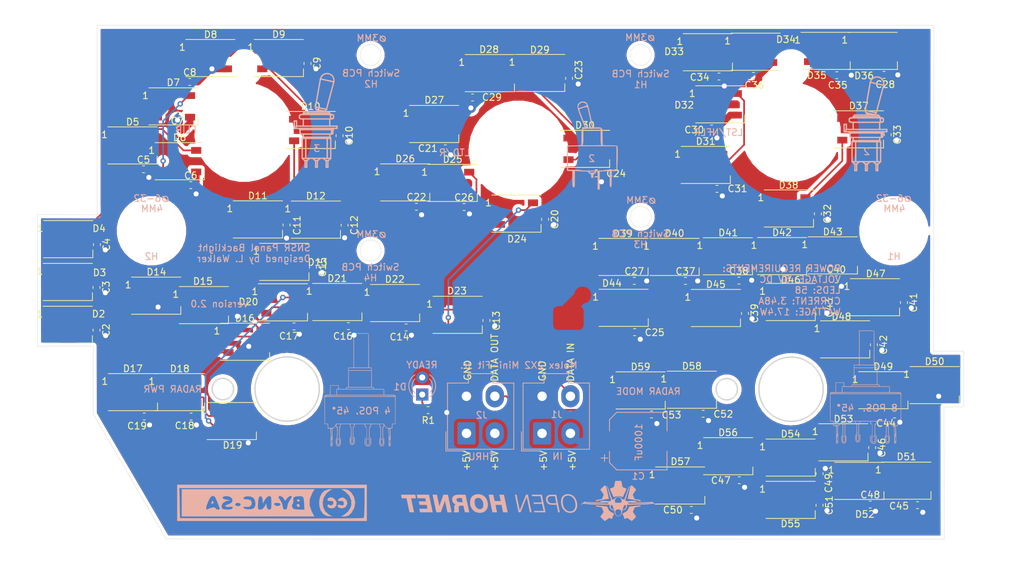
<source format=kicad_pcb>
(kicad_pcb (version 20171130) (host pcbnew "(5.1.6)-1")
  (layers (0 F.Cu signal) (31 B.Cu signal) (34 B.Paste user hide) (35 F.Paste user hide) (36 B.SilkS user) (37 F.SilkS user) (38 B.Mask user hide) (39 F.Mask user hide) (44 Edge.Cuts user))
  (net 0 "")
  (net 1 /LEDGND)
  (net 2 /LED+5V)
  (net 3 "Net-(D1-Pad1)")
  (net 4 "Net-(D2-Pad2)")
  (net 5 /DATAIN)
  (net 6 "Net-(D3-Pad2)")
  (net 7 "Net-(D4-Pad2)")
  (net 8 "Net-(D5-Pad2)")
  (net 9 "Net-(D6-Pad2)")
  (net 10 "Net-(D7-Pad2)")
  (net 11 "Net-(D8-Pad2)")
  (net 12 "Net-(D10-Pad4)")
  (net 13 "Net-(D10-Pad2)")
  (net 14 "Net-(D11-Pad2)")
  (net 15 "Net-(D12-Pad2)")
  (net 16 "Net-(D14-Pad2)")
  (net 17 "Net-(D15-Pad2)")
  (net 18 "Net-(D16-Pad2)")
  (net 19 "Net-(D17-Pad2)")
  (net 20 "Net-(D18-Pad2)")
  (net 21 "Net-(D19-Pad2)")
  (net 22 "Net-(D20-Pad2)")
  (net 23 "Net-(D21-Pad2)")
  (net 24 "Net-(D22-Pad2)")
  (net 25 "Net-(D23-Pad2)")
  (net 26 "Net-(D24-Pad2)")
  (net 27 "Net-(D26-Pad2)")
  (net 28 "Net-(D27-Pad2)")
  (net 29 "Net-(D28-Pad2)")
  (net 30 "Net-(D29-Pad2)")
  (net 31 "Net-(D30-Pad2)")
  (net 32 "Net-(D31-Pad2)")
  (net 33 "Net-(D32-Pad2)")
  (net 34 "Net-(D33-Pad2)")
  (net 35 "Net-(D34-Pad2)")
  (net 36 "Net-(D35-Pad2)")
  (net 37 "Net-(D36-Pad2)")
  (net 38 /DATAOUT)
  (net 39 "Net-(D38-Pad2)")
  (net 40 "Net-(D39-Pad2)")
  (net 41 "Net-(D40-Pad2)")
  (net 42 "Net-(D41-Pad2)")
  (net 43 "Net-(D42-Pad2)")
  (net 44 "Net-(D43-Pad2)")
  (net 45 "Net-(D44-Pad2)")
  (net 46 "Net-(D45-Pad2)")
  (net 47 "Net-(D46-Pad2)")
  (net 48 "Net-(D47-Pad2)")
  (net 49 "Net-(D48-Pad2)")
  (net 50 "Net-(D50-Pad2)")
  (net 51 "Net-(D51-Pad2)")
  (net 52 "Net-(D52-Pad2)")
  (net 53 "Net-(D53-Pad2)")
  (net 54 "Net-(D54-Pad2)")
  (net 55 "Net-(D55-Pad2)")
  (net 56 "Net-(D56-Pad2)")
  (net 57 "Net-(D57-Pad2)")
  (net 58 "Net-(D58-Pad2)")
  (net 59 "Net-(D13-Pad2)")
  (net 60 "Net-(D25-Pad2)")
  (net 61 "Net-(D37-Pad2)")
  (net 62 "Net-(D49-Pad2)")
  (module "OH_Backlighting:A12505RNZQ - SWITCH, ROTARY, 45 DEG" (layer B.Cu) (at 203.34 103.22 180)
    (fp_text reference G*** hide)
    (fp_text value LOGO hide)
  )
  (module "OH_Backlighting:A12505RNZQ - SWITCH, ROTARY, 45 DEG" (layer B.Cu) (at 128.45 103.62 180)
    (fp_text reference G*** hide)
    (fp_text value LOGO hide)
  )
  (module OH_Backlighting:100SPX_Toggle_13mm_x_18mm (layer F.Cu) (at 192.283259 65.457402 180)
    (fp_text reference 5 hide)
    (fp_text value 100SPX_Toggle_13mm_x_18mm hide)
    (pad "" np_thru_hole circle (at 0 0 180) (size 12.7 12.7) (drill 12.7) (layers *.Mask B.Cu) (clearance 3.65))
    (pad "" np_thru_hole circle (at 0 0 180) (size 12.7 12.7) (drill 12.7) (layers *.Mask F.Cu) (clearance 1))
    (pad "" np_thru_hole circle (at 0 9.525 180) (size 3.572 3.572) (drill 3.572) (layers *.Cu *.Mask) (clearance 1))
  )
  (module OH_Backlighting:631H_Toggle_13mm_x_13mm (layer F.Cu) (at 151.897259 68.124402)
    (fp_text reference 4 hide)
    (fp_text value 631H_Toggle_13mm_x_13mm hide)
    (pad "" np_thru_hole circle (at 0 0) (size 12.7 12.7) (drill 12.7) (layers B.Cu) (clearance 2.5))
    (pad "" np_thru_hole circle (at 0 0) (size 12.7 12.7) (drill 12.7) (layers *.Mask F.Cu) (clearance 1))
  )
  (module OH_Backlighting:100SPX_Toggle_13mm_x_18mm (layer F.Cu) (at 111.257259 65.457402 180)
    (fp_text reference 3 hide)
    (fp_text value 100SPX_Toggle_13mm_x_18mm hide)
    (pad "" np_thru_hole circle (at 0 0 180) (size 12.7 12.7) (drill 12.7) (layers *.Mask B.Cu) (clearance 3.65))
    (pad "" np_thru_hole circle (at 0 0 180) (size 12.7 12.7) (drill 12.7) (layers *.Mask F.Cu) (clearance 1))
    (pad "" np_thru_hole circle (at 0 9.525 180) (size 3.572 3.572) (drill 3.572) (layers *.Cu *.Mask) (clearance 1))
  )
  (module OH_Backlighting:OH_Panel_6-32_PHS (layer F.Cu) (at 97.541259 80.062402)
    (fp_text reference 2 hide)
    (fp_text value OH_Panel_Fastner_Keepout hide)
    (fp_text user 4MM (at 0.075 -3.275 180) (layer B.SilkS) (effects (justify mirror)))
    (fp_text user H2 (at 0 3.81) (layer B.SilkS) (effects (justify mirror)))
    (fp_text user ⌀6-32 (at 0 -4.8) (layer B.SilkS) (effects (justify mirror)))
    (pad "" np_thru_hole circle (at 0 0) (size 4.3 4.3) (drill 4.3) (layers *.Cu *.Mask) (clearance 3))
  )
  (module OH_Backlighting:OH_Panel_6-32_PHS (layer F.Cu) (at 207.523258 80.062402)
    (fp_text reference 1 hide)
    (fp_text value OH_Panel_Fastner_Keepout hide)
    (fp_text user 4MM (at 0.075 -3.275 180) (layer B.SilkS) (effects (justify mirror)))
    (fp_text user H1 (at 0 3.81) (layer B.SilkS) (effects (justify mirror)))
    (fp_text user ⌀6-32 (at 0 -4.8) (layer B.SilkS) (effects (justify mirror)))
    (pad "" np_thru_hole circle (at 0 0) (size 4.3 4.3) (drill 4.3) (layers *.Cu *.Mask) (clearance 3))
  )
  (module OH_Backlighting:100SP1_Toggle_Silkscreen (layer F.Cu) (at 203.95 65.55)
    (fp_text reference G*** hide)
    (fp_text value "100SP1 Toggle" hide)
    (fp_text user 2 (at -0.475 2.775) (layer B.SilkS) (effects (justify mirror)))
  )
  (module OH_Backlighting:631H_Toggle_Silkscreen (layer F.Cu) (at 162.8 67.4)
    (fp_text reference G*** hide)
    (fp_text value "631H Toggle" hide)
  )
  (module OH_Backlighting:100SP3_Toggle_Silkscreen (layer F.Cu) (at 122.5 65.05)
    (fp_text reference G*** hide)
    (fp_text value "100SP3 Toggle" hide)
    (fp_text user 3 (at -0.475 2.8) (layer B.SilkS) (effects (justify mirror)))
  )
  (module OH_General:OH_LOGO_37.7mm_5.9mm (layer B.Cu) (at 153.35 120.125 180)
    (fp_text reference G*** hide)
    (fp_text value LOGO hide)
  )
  (module OH_General:CC-BY-NC-SA-Small (layer B.Cu) (at 115.475 120.4 180)
    (fp_text reference G*** hide)
    (fp_text value LOGO hide)
  )
  (module Capacitor_SMD:C_0603_1608Metric (layer F.Cu) (at 171.612 107.3)
    (fp_text reference C53 (at 2.963 0.075) (layer F.SilkS))
    (fp_text value C)
    (pad 2 smd roundrect (at 0.7875 0) (size 0.875 0.95) (layers F.Cu F.Paste F.Mask) (net 1 /LEDGND))
    (pad 1 smd roundrect (at -0.7875 0) (size 0.875 0.95) (layers F.Cu F.Paste F.Mask) (net 2 /LED+5V))
  )
  (module Capacitor_SMD:C_0603_1608Metric (layer F.Cu) (at 179.262 107.2)
    (fp_text reference C52 (at 2.988 0.05) (layer F.SilkS))
    (fp_text value C)
    (pad 2 smd roundrect (at 0.7875 0) (size 0.875 0.95) (layers F.Cu F.Paste F.Mask) (net 1 /LEDGND))
    (pad 1 smd roundrect (at -0.7875 0) (size 0.875 0.95) (layers F.Cu F.Paste F.Mask) (net 2 /LED+5V))
  )
  (module Capacitor_SMD:C_0603_1608Metric (layer F.Cu) (at 196.5 120.762 270)
    (fp_text reference C51 (at 0 -1.43 90) (layer F.SilkS))
    (fp_text value C)
    (pad 2 smd roundrect (at 0.7875 0 270) (size 0.875 0.95) (layers F.Cu F.Paste F.Mask) (net 1 /LEDGND))
    (pad 1 smd roundrect (at -0.7875 0 270) (size 0.875 0.95) (layers F.Cu F.Paste F.Mask) (net 2 /LED+5V))
  )
  (module Capacitor_SMD:C_0603_1608Metric (layer F.Cu) (at 177.512 121.45)
    (fp_text reference C50 (at -2.737 0) (layer F.SilkS))
    (fp_text value C)
    (pad 2 smd roundrect (at 0.7875 0) (size 0.875 0.95) (layers F.Cu F.Paste F.Mask) (net 1 /LEDGND))
    (pad 1 smd roundrect (at -0.7875 0) (size 0.875 0.95) (layers F.Cu F.Paste F.Mask) (net 2 /LED+5V))
  )
  (module Capacitor_SMD:C_0603_1608Metric (layer F.Cu) (at 196.5 116.088 90)
    (fp_text reference C49 (at -1.387 1.35 90) (layer F.SilkS))
    (fp_text value C)
    (pad 2 smd roundrect (at 0.7875 0 90) (size 0.875 0.95) (layers F.Cu F.Paste F.Mask) (net 1 /LEDGND))
    (pad 1 smd roundrect (at -0.7875 0 90) (size 0.875 0.95) (layers F.Cu F.Paste F.Mask) (net 2 /LED+5V))
  )
  (module Capacitor_SMD:C_0603_1608Metric (layer F.Cu) (at 204.012 120.65)
    (fp_text reference C48 (at 0 -1.43) (layer F.SilkS))
    (fp_text value C)
    (pad 2 smd roundrect (at 0.7875 0) (size 0.875 0.95) (layers F.Cu F.Paste F.Mask) (net 1 /LEDGND))
    (pad 1 smd roundrect (at -0.7875 0) (size 0.875 0.95) (layers F.Cu F.Paste F.Mask) (net 2 /LED+5V))
  )
  (module Capacitor_SMD:C_0603_1608Metric (layer F.Cu) (at 184.612 117.05)
    (fp_text reference C47 (at -2.737 0.025) (layer F.SilkS))
    (fp_text value C)
    (pad 2 smd roundrect (at 0.7875 0) (size 0.875 0.95) (layers F.Cu F.Paste F.Mask) (net 1 /LEDGND))
    (pad 1 smd roundrect (at -0.7875 0) (size 0.875 0.95) (layers F.Cu F.Paste F.Mask) (net 2 /LED+5V))
  )
  (module Capacitor_SMD:C_0603_1608Metric (layer F.Cu) (at 204.3 112.212 270)
    (fp_text reference C46 (at 0 -1.43 90) (layer F.SilkS))
    (fp_text value C)
    (pad 2 smd roundrect (at 0.7875 0 270) (size 0.875 0.95) (layers F.Cu F.Paste F.Mask) (net 1 /LEDGND))
    (pad 1 smd roundrect (at -0.7875 0 270) (size 0.875 0.95) (layers F.Cu F.Paste F.Mask) (net 2 /LED+5V))
  )
  (module Capacitor_SMD:C_0603_1608Metric (layer F.Cu) (at 211.012 120.75)
    (fp_text reference C45 (at -2.737 0.125) (layer F.SilkS))
    (fp_text value C)
    (pad 2 smd roundrect (at 0.7875 0) (size 0.875 0.95) (layers F.Cu F.Paste F.Mask) (net 1 /LEDGND))
    (pad 1 smd roundrect (at -0.7875 0) (size 0.875 0.95) (layers F.Cu F.Paste F.Mask) (net 2 /LED+5V))
  )
  (module Capacitor_SMD:C_0603_1608Metric (layer F.Cu) (at 207.612 107.3)
    (fp_text reference C44 (at -1.262 1.3) (layer F.SilkS))
    (fp_text value C)
    (pad 2 smd roundrect (at 0.7875 0) (size 0.875 0.95) (layers F.Cu F.Paste F.Mask) (net 1 /LEDGND))
    (pad 1 smd roundrect (at -0.7875 0) (size 0.875 0.95) (layers F.Cu F.Paste F.Mask) (net 2 /LED+5V))
  )
  (module Capacitor_SMD:C_0603_1608Metric (layer F.Cu) (at 196.5 91.4625 270)
    (fp_text reference C43 (at 0 -1.43 90) (layer F.SilkS))
    (fp_text value C)
    (pad 2 smd roundrect (at 0.7875 0 270) (size 0.875 0.95) (layers F.Cu F.Paste F.Mask) (net 1 /LEDGND))
    (pad 1 smd roundrect (at -0.7875 0 270) (size 0.875 0.95) (layers F.Cu F.Paste F.Mask) (net 2 /LED+5V))
  )
  (module Capacitor_SMD:C_0603_1608Metric (layer F.Cu) (at 204.55 96.9625 270)
    (fp_text reference C42 (at 0 -1.43 90) (layer F.SilkS))
    (fp_text value C)
    (pad 2 smd roundrect (at 0.7875 0 270) (size 0.875 0.95) (layers F.Cu F.Paste F.Mask) (net 1 /LEDGND))
    (pad 1 smd roundrect (at -0.7875 0 270) (size 0.875 0.95) (layers F.Cu F.Paste F.Mask) (net 2 /LED+5V))
  )
  (module Capacitor_SMD:C_0603_1608Metric (layer F.Cu) (at 209 90.7125 270)
    (fp_text reference C41 (at 0 -1.43 90) (layer F.SilkS))
    (fp_text value C)
    (pad 2 smd roundrect (at 0.7875 0 270) (size 0.875 0.95) (layers F.Cu F.Paste F.Mask) (net 1 /LEDGND))
    (pad 1 smd roundrect (at -0.7875 0 270) (size 0.875 0.95) (layers F.Cu F.Paste F.Mask) (net 2 /LED+5V))
  )
  (module Capacitor_SMD:C_0603_1608Metric (layer F.Cu) (at 198.962 87.25)
    (fp_text reference C40 (at 0 -1.43) (layer F.SilkS))
    (fp_text value C)
    (pad 2 smd roundrect (at 0.7875 0) (size 0.875 0.95) (layers F.Cu F.Paste F.Mask) (net 1 /LEDGND))
    (pad 1 smd roundrect (at -0.7875 0) (size 0.875 0.95) (layers F.Cu F.Paste F.Mask) (net 2 /LED+5V))
  )
  (module Capacitor_SMD:C_0603_1608Metric (layer F.Cu) (at 185.45 92.3125 270)
    (fp_text reference C39 (at 0 -1.43 90) (layer F.SilkS))
    (fp_text value C)
    (pad 2 smd roundrect (at 0.7875 0 270) (size 0.875 0.95) (layers F.Cu F.Paste F.Mask) (net 1 /LEDGND))
    (pad 1 smd roundrect (at -0.7875 0 270) (size 0.875 0.95) (layers F.Cu F.Paste F.Mask) (net 2 /LED+5V))
  )
  (module Capacitor_SMD:C_0603_1608Metric (layer F.Cu) (at 184.562 87.45)
    (fp_text reference C38 (at 0 -1.43) (layer F.SilkS))
    (fp_text value C)
    (pad 2 smd roundrect (at 0.7875 0) (size 0.875 0.95) (layers F.Cu F.Paste F.Mask) (net 1 /LEDGND))
    (pad 1 smd roundrect (at -0.7875 0) (size 0.875 0.95) (layers F.Cu F.Paste F.Mask) (net 2 /LED+5V))
  )
  (module Capacitor_SMD:C_0603_1608Metric (layer F.Cu) (at 176.638 87.5)
    (fp_text reference C37 (at 0 -1.43) (layer F.SilkS))
    (fp_text value C)
    (pad 2 smd roundrect (at 0.7875 0) (size 0.875 0.95) (layers F.Cu F.Paste F.Mask) (net 1 /LEDGND))
    (pad 1 smd roundrect (at -0.7875 0) (size 0.875 0.95) (layers F.Cu F.Paste F.Mask) (net 2 /LED+5V))
  )
  (module Capacitor_SMD:C_0603_1608Metric (layer F.Cu) (at 186.712 57.1)
    (fp_text reference C36 (at 0.138 1.375) (layer F.SilkS))
    (fp_text value C)
    (pad 2 smd roundrect (at 0.7875 0) (size 0.875 0.95) (layers F.Cu F.Paste F.Mask) (net 1 /LEDGND))
    (pad 1 smd roundrect (at -0.7875 0) (size 0.875 0.95) (layers F.Cu F.Paste F.Mask) (net 2 /LED+5V))
  )
  (module Capacitor_SMD:C_0603_1608Metric (layer F.Cu) (at 199.062 57)
    (fp_text reference C35 (at 0.138 1.475) (layer F.SilkS))
    (fp_text value C)
    (pad 2 smd roundrect (at 0.7875 0) (size 0.875 0.95) (layers F.Cu F.Paste F.Mask) (net 1 /LEDGND))
    (pad 1 smd roundrect (at -0.7875 0) (size 0.875 0.95) (layers F.Cu F.Paste F.Mask) (net 2 /LED+5V))
  )
  (module Capacitor_SMD:C_0603_1608Metric (layer F.Cu) (at 181.612 57.2)
    (fp_text reference C34 (at -2.862 0.1) (layer F.SilkS))
    (fp_text value C)
    (pad 2 smd roundrect (at 0.7875 0) (size 0.875 0.95) (layers F.Cu F.Paste F.Mask) (net 1 /LEDGND))
    (pad 1 smd roundrect (at -0.7875 0) (size 0.875 0.95) (layers F.Cu F.Paste F.Mask) (net 2 /LED+5V))
  )
  (module Capacitor_SMD:C_0603_1608Metric (layer F.Cu) (at 206.6 65.8125 270)
    (fp_text reference C33 (at 0 -1.43 90) (layer F.SilkS))
    (fp_text value C)
    (pad 2 smd roundrect (at 0.7875 0 270) (size 0.875 0.95) (layers F.Cu F.Paste F.Mask) (net 1 /LEDGND))
    (pad 1 smd roundrect (at -0.7875 0 270) (size 0.875 0.95) (layers F.Cu F.Paste F.Mask) (net 2 /LED+5V))
  )
  (module Capacitor_SMD:C_0603_1608Metric (layer F.Cu) (at 196.25 77.55 270)
    (fp_text reference C32 (at 0 -1.43 90) (layer F.SilkS))
    (fp_text value C)
    (pad 2 smd roundrect (at 0.7875 0 270) (size 0.875 0.95) (layers F.Cu F.Paste F.Mask) (net 1 /LEDGND))
    (pad 1 smd roundrect (at -0.7875 0 270) (size 0.875 0.95) (layers F.Cu F.Paste F.Mask) (net 2 /LED+5V))
  )
  (module Capacitor_SMD:C_0603_1608Metric (layer F.Cu) (at 181.312 73.85)
    (fp_text reference C31 (at 3.038 -0.025) (layer F.SilkS))
    (fp_text value C)
    (pad 2 smd roundrect (at 0.7875 0) (size 0.875 0.95) (layers F.Cu F.Paste F.Mask) (net 1 /LEDGND))
    (pad 1 smd roundrect (at -0.7875 0) (size 0.875 0.95) (layers F.Cu F.Paste F.Mask) (net 2 /LED+5V))
  )
  (module Capacitor_SMD:C_0603_1608Metric (layer F.Cu) (at 180.512 64.9)
    (fp_text reference C30 (at -2.562 0.2) (layer F.SilkS))
    (fp_text value C)
    (pad 2 smd roundrect (at 0.7875 0) (size 0.875 0.95) (layers F.Cu F.Paste F.Mask) (net 1 /LEDGND))
    (pad 1 smd roundrect (at -0.7875 0) (size 0.875 0.95) (layers F.Cu F.Paste F.Mask) (net 2 /LED+5V))
  )
  (module Capacitor_SMD:C_0603_1608Metric (layer F.Cu) (at 145.1 60.3)
    (fp_text reference C29 (at 2.875 -0.025) (layer F.SilkS))
    (fp_text value C)
    (pad 2 smd roundrect (at 0.7875 0) (size 0.875 0.95) (layers F.Cu F.Paste F.Mask) (net 1 /LEDGND))
    (pad 1 smd roundrect (at -0.7875 0) (size 0.875 0.95) (layers F.Cu F.Paste F.Mask) (net 2 /LED+5V))
  )
  (module Capacitor_SMD:C_0603_1608Metric (layer F.Cu) (at 206.062 56.95)
    (fp_text reference C28 (at 0.163 1.425) (layer F.SilkS))
    (fp_text value C)
    (pad 2 smd roundrect (at 0.7875 0) (size 0.875 0.95) (layers F.Cu F.Paste F.Mask) (net 1 /LEDGND))
    (pad 1 smd roundrect (at -0.7875 0) (size 0.875 0.95) (layers F.Cu F.Paste F.Mask) (net 2 /LED+5V))
  )
  (module Capacitor_SMD:C_0603_1608Metric (layer F.Cu) (at 169.062 87.5)
    (fp_text reference C27 (at 0 -1.43) (layer F.SilkS))
    (fp_text value C)
    (pad 2 smd roundrect (at 0.7875 0) (size 0.875 0.95) (layers F.Cu F.Paste F.Mask) (net 1 /LEDGND))
    (pad 1 smd roundrect (at -0.7875 0) (size 0.875 0.95) (layers F.Cu F.Paste F.Mask) (net 2 /LED+5V))
  )
  (module Capacitor_SMD:C_0603_1608Metric (layer F.Cu) (at 143.85 76.55)
    (fp_text reference C26 (at 0 -1.43) (layer F.SilkS))
    (fp_text value C)
    (pad 2 smd roundrect (at 0.7875 0) (size 0.875 0.95) (layers F.Cu F.Paste F.Mask) (net 1 /LEDGND))
    (pad 1 smd roundrect (at -0.7875 0) (size 0.875 0.95) (layers F.Cu F.Paste F.Mask) (net 2 /LED+5V))
  )
  (module Capacitor_SMD:C_0603_1608Metric (layer F.Cu) (at 169.112 95.1)
    (fp_text reference C25 (at 2.963 0.05) (layer F.SilkS))
    (fp_text value C)
    (pad 2 smd roundrect (at 0.7875 0) (size 0.875 0.95) (layers F.Cu F.Paste F.Mask) (net 1 /LEDGND))
    (pad 1 smd roundrect (at -0.7875 0) (size 0.875 0.95) (layers F.Cu F.Paste F.Mask) (net 2 /LED+5V))
  )
  (module Capacitor_SMD:C_0603_1608Metric (layer F.Cu) (at 163.412 71.55)
    (fp_text reference C24 (at 2.963 0.025) (layer F.SilkS))
    (fp_text value C)
    (pad 2 smd roundrect (at 0.7875 0) (size 0.875 0.95) (layers F.Cu F.Paste F.Mask) (net 1 /LEDGND))
    (pad 1 smd roundrect (at -0.7875 0) (size 0.875 0.95) (layers F.Cu F.Paste F.Mask) (net 2 /LED+5V))
  )
  (module Capacitor_SMD:C_0603_1608Metric (layer F.Cu) (at 159.4 57.4625 270)
    (fp_text reference C23 (at -1.2375 -1.43 90) (layer F.SilkS))
    (fp_text value C)
    (pad 2 smd roundrect (at 0.7875 0 270) (size 0.875 0.95) (layers F.Cu F.Paste F.Mask) (net 1 /LEDGND))
    (pad 1 smd roundrect (at -0.7875 0 270) (size 0.875 0.95) (layers F.Cu F.Paste F.Mask) (net 2 /LED+5V))
  )
  (module Capacitor_SMD:C_0603_1608Metric (layer F.Cu) (at 136.788 76.5)
    (fp_text reference C22 (at 0 -1.43) (layer F.SilkS))
    (fp_text value C)
    (pad 2 smd roundrect (at 0.7875 0) (size 0.875 0.95) (layers F.Cu F.Paste F.Mask) (net 1 /LEDGND))
    (pad 1 smd roundrect (at -0.7875 0) (size 0.875 0.95) (layers F.Cu F.Paste F.Mask) (net 2 /LED+5V))
  )
  (module Capacitor_SMD:C_0603_1608Metric (layer F.Cu) (at 141.062 67.85)
    (fp_text reference C21 (at -2.587 0) (layer F.SilkS))
    (fp_text value C)
    (pad 2 smd roundrect (at 0.7875 0) (size 0.875 0.95) (layers F.Cu F.Paste F.Mask) (net 1 /LEDGND))
    (pad 1 smd roundrect (at -0.7875 0) (size 0.875 0.95) (layers F.Cu F.Paste F.Mask) (net 2 /LED+5V))
  )
  (module Capacitor_SMD:C_0603_1608Metric (layer F.Cu) (at 155.85 78.3625 270)
    (fp_text reference C20 (at 0 -1.43 90) (layer F.SilkS))
    (fp_text value C)
    (pad 2 smd roundrect (at 0.7875 0 270) (size 0.875 0.95) (layers F.Cu F.Paste F.Mask) (net 1 /LEDGND))
    (pad 1 smd roundrect (at -0.7875 0 270) (size 0.875 0.95) (layers F.Cu F.Paste F.Mask) (net 2 /LED+5V))
  )
  (module Resistor_SMD:R_0603_1608Metric (layer F.Cu) (at 138.512 106.65)
    (fp_text reference R1 (at 0.038 1.525) (layer F.SilkS))
    (fp_text value R)
    (pad 2 smd roundrect (at 0.7875 0) (size 0.875 0.95) (layers F.Cu F.Paste F.Mask) (net 1 /LEDGND))
    (pad 1 smd roundrect (at -0.7875 0) (size 0.875 0.95) (layers F.Cu F.Paste F.Mask) (net 3 "Net-(D1-Pad1)"))
  )
  (module Connector_Molex:Molex_Mini-Fit_Jr_5566-04A_2x02_P4.20mm_Vertical (layer B.Cu) (at 144.2 110.1)
    (fp_text reference J2 (at 2.25 -2.7) (layer B.SilkS) (effects (justify mirror)))
    (fp_text value Conn_01x04_Female)
    (pad 4 thru_hole oval (at 4.2 -5.5) (size 2.7 3.3) (drill 1.4) (layers *.Cu *.Mask) (net 38 /DATAOUT))
    (pad 3 thru_hole oval (at 0 -5.5) (size 2.7 3.3) (drill 1.4) (layers *.Cu *.Mask) (net 1 /LEDGND))
    (pad 2 thru_hole oval (at 4.2 0) (size 2.7 3.3) (drill 1.4) (layers *.Cu *.Mask) (net 2 /LED+5V))
    (pad 1 thru_hole roundrect (at 0 0) (size 2.7 3.3) (drill 1.4) (layers *.Cu *.Mask) (roundrect_rratio 0.09259299999999999) (net 2 /LED+5V))
  )
  (module Connector_Molex:Molex_Mini-Fit_Jr_5566-04A_2x02_P4.20mm_Vertical (layer B.Cu) (at 155.4 110.1)
    (fp_text reference J1 (at 2.15 -2.8) (layer B.SilkS) (effects (justify mirror)))
    (fp_text value Conn_01x04_Female)
    (pad 4 thru_hole oval (at 4.2 -5.5) (size 2.7 3.3) (drill 1.4) (layers *.Cu *.Mask) (net 5 /DATAIN))
    (pad 3 thru_hole oval (at 0 -5.5) (size 2.7 3.3) (drill 1.4) (layers *.Cu *.Mask) (net 1 /LEDGND))
    (pad 2 thru_hole oval (at 4.2 0) (size 2.7 3.3) (drill 1.4) (layers *.Cu *.Mask) (net 2 /LED+5V))
    (pad 1 thru_hole roundrect (at 0 0) (size 2.7 3.3) (drill 1.4) (layers *.Cu *.Mask) (roundrect_rratio 0.09259299999999999) (net 2 /LED+5V))
  )
  (module Capacitor_SMD:C_0603_1608Metric (layer F.Cu) (at 96.4625 107.6)
    (fp_text reference C19 (at -1.0625 1.4) (layer F.SilkS))
    (fp_text value C)
    (pad 2 smd roundrect (at 0.7875 0) (size 0.875 0.95) (layers F.Cu F.Paste F.Mask) (net 1 /LEDGND))
    (pad 1 smd roundrect (at -0.7875 0) (size 0.875 0.95) (layers F.Cu F.Paste F.Mask) (net 2 /LED+5V))
  )
  (module Capacitor_SMD:C_0603_1608Metric (layer F.Cu) (at 103.412 107.6)
    (fp_text reference C18 (at -0.962 1.35) (layer F.SilkS))
    (fp_text value C)
    (pad 2 smd roundrect (at 0.7875 0) (size 0.875 0.95) (layers F.Cu F.Paste F.Mask) (net 1 /LEDGND))
    (pad 1 smd roundrect (at -0.7875 0) (size 0.875 0.95) (layers F.Cu F.Paste F.Mask) (net 2 /LED+5V))
  )
  (module Capacitor_SMD:C_0603_1608Metric (layer F.Cu) (at 118.662 94.25)
    (fp_text reference C17 (at -0.762 1.425) (layer F.SilkS))
    (fp_text value C)
    (pad 2 smd roundrect (at 0.7875 0) (size 0.875 0.95) (layers F.Cu F.Paste F.Mask) (net 1 /LEDGND))
    (pad 1 smd roundrect (at -0.7875 0) (size 0.875 0.95) (layers F.Cu F.Paste F.Mask) (net 2 /LED+5V))
  )
  (module Capacitor_SMD:C_0603_1608Metric (layer F.Cu) (at 126.712 94.2)
    (fp_text reference C16 (at -0.812 1.5) (layer F.SilkS))
    (fp_text value C)
    (pad 2 smd roundrect (at 0.7875 0) (size 0.875 0.95) (layers F.Cu F.Paste F.Mask) (net 1 /LEDGND))
    (pad 1 smd roundrect (at -0.7875 0) (size 0.875 0.95) (layers F.Cu F.Paste F.Mask) (net 2 /LED+5V))
  )
  (module Capacitor_SMD:C_0603_1608Metric (layer F.Cu) (at 121.45 85.4625 270)
    (fp_text reference C15 (at 0 -1.43 90) (layer F.SilkS))
    (fp_text value C)
    (pad 2 smd roundrect (at 0.7875 0 270) (size 0.875 0.95) (layers F.Cu F.Paste F.Mask) (net 1 /LEDGND))
    (pad 1 smd roundrect (at -0.7875 0 270) (size 0.875 0.95) (layers F.Cu F.Paste F.Mask) (net 2 /LED+5V))
  )
  (module Capacitor_SMD:C_0603_1608Metric (layer F.Cu) (at 135.262 94.4)
    (fp_text reference C14 (at -0.987 1.4) (layer F.SilkS))
    (fp_text value C)
    (pad 2 smd roundrect (at 0.7875 0) (size 0.875 0.95) (layers F.Cu F.Paste F.Mask) (net 1 /LEDGND))
    (pad 1 smd roundrect (at -0.7875 0) (size 0.875 0.95) (layers F.Cu F.Paste F.Mask) (net 2 /LED+5V))
  )
  (module Capacitor_SMD:C_0603_1608Metric (layer F.Cu) (at 147.15 93.3625 270)
    (fp_text reference C13 (at 0.0375 -1.475 90) (layer F.SilkS))
    (fp_text value C)
    (pad 2 smd roundrect (at 0.7875 0 270) (size 0.875 0.95) (layers F.Cu F.Paste F.Mask) (net 1 /LEDGND))
    (pad 1 smd roundrect (at -0.7875 0 270) (size 0.875 0.95) (layers F.Cu F.Paste F.Mask) (net 2 /LED+5V))
  )
  (module Capacitor_SMD:C_0603_1608Metric (layer F.Cu) (at 126.15 79.2375 270)
    (fp_text reference C12 (at 0 -1.43 90) (layer F.SilkS))
    (fp_text value C)
    (pad 2 smd roundrect (at 0.7875 0 270) (size 0.875 0.95) (layers F.Cu F.Paste F.Mask) (net 1 /LEDGND))
    (pad 1 smd roundrect (at -0.7875 0 270) (size 0.875 0.95) (layers F.Cu F.Paste F.Mask) (net 2 /LED+5V))
  )
  (module Capacitor_SMD:C_0603_1608Metric (layer F.Cu) (at 117.55 79.2 270)
    (fp_text reference C11 (at 0.05 -1.55 90) (layer F.SilkS))
    (fp_text value C)
    (pad 2 smd roundrect (at 0.7875 0 270) (size 0.875 0.95) (layers F.Cu F.Paste F.Mask) (net 1 /LEDGND))
    (pad 1 smd roundrect (at -0.7875 0 270) (size 0.875 0.95) (layers F.Cu F.Paste F.Mask) (net 2 /LED+5V))
  )
  (module Capacitor_SMD:C_0603_1608Metric (layer F.Cu) (at 125.4 65.9625 270)
    (fp_text reference C10 (at 0 -1.43 90) (layer F.SilkS))
    (fp_text value C)
    (pad 2 smd roundrect (at 0.7875 0 270) (size 0.875 0.95) (layers F.Cu F.Paste F.Mask) (net 1 /LEDGND))
    (pad 1 smd roundrect (at -0.7875 0 270) (size 0.875 0.95) (layers F.Cu F.Paste F.Mask) (net 2 /LED+5V))
  )
  (module Capacitor_SMD:C_0603_1608Metric (layer F.Cu) (at 120.65 55.2625 270)
    (fp_text reference C9 (at 0 -1.43 90) (layer F.SilkS))
    (fp_text value C)
    (pad 2 smd roundrect (at 0.7875 0 270) (size 0.875 0.95) (layers F.Cu F.Paste F.Mask) (net 1 /LEDGND))
    (pad 1 smd roundrect (at -0.7875 0 270) (size 0.875 0.95) (layers F.Cu F.Paste F.Mask) (net 2 /LED+5V))
  )
  (module Capacitor_SMD:C_0603_1608Metric (layer F.Cu) (at 103.212 58)
    (fp_text reference C8 (at 0 -1.43) (layer F.SilkS))
    (fp_text value C)
    (pad 2 smd roundrect (at 0.7875 0) (size 0.875 0.95) (layers F.Cu F.Paste F.Mask) (net 1 /LEDGND))
    (pad 1 smd roundrect (at -0.7875 0) (size 0.875 0.95) (layers F.Cu F.Paste F.Mask) (net 2 /LED+5V))
  )
  (module Capacitor_SMD:C_0603_1608Metric (layer F.Cu) (at 101.362 65.2)
    (fp_text reference C7 (at 0 -1.43) (layer F.SilkS))
    (fp_text value C)
    (pad 2 smd roundrect (at 0.7875 0) (size 0.875 0.95) (layers F.Cu F.Paste F.Mask) (net 1 /LEDGND))
    (pad 1 smd roundrect (at -0.7875 0) (size 0.875 0.95) (layers F.Cu F.Paste F.Mask) (net 2 /LED+5V))
  )
  (module Capacitor_SMD:C_0603_1608Metric (layer F.Cu) (at 103.362 73.3)
    (fp_text reference C6 (at 0 -1.43) (layer F.SilkS))
    (fp_text value C)
    (pad 2 smd roundrect (at 0.7875 0) (size 0.875 0.95) (layers F.Cu F.Paste F.Mask) (net 1 /LEDGND))
    (pad 1 smd roundrect (at -0.7875 0) (size 0.875 0.95) (layers F.Cu F.Paste F.Mask) (net 2 /LED+5V))
  )
  (module Capacitor_SMD:C_0603_1608Metric (layer F.Cu) (at 96.3625 70.95)
    (fp_text reference C5 (at 0 -1.43) (layer F.SilkS))
    (fp_text value C)
    (pad 2 smd roundrect (at 0.7875 0) (size 0.875 0.95) (layers F.Cu F.Paste F.Mask) (net 1 /LEDGND))
    (pad 1 smd roundrect (at -0.7875 0) (size 0.875 0.95) (layers F.Cu F.Paste F.Mask) (net 2 /LED+5V))
  )
  (module Capacitor_SMD:C_0603_1608Metric (layer F.Cu) (at 89.45 82.1125 270)
    (fp_text reference C4 (at 0 -1.43 90) (layer F.SilkS))
    (fp_text value C)
    (pad 2 smd roundrect (at 0.7875 0 270) (size 0.875 0.95) (layers F.Cu F.Paste F.Mask) (net 1 /LEDGND))
    (pad 1 smd roundrect (at -0.7875 0 270) (size 0.875 0.95) (layers F.Cu F.Paste F.Mask) (net 2 /LED+5V))
  )
  (module Capacitor_SMD:C_0603_1608Metric (layer F.Cu) (at 89.4 88.4625 270)
    (fp_text reference C3 (at 0 -1.43 90) (layer F.SilkS))
    (fp_text value C)
    (pad 2 smd roundrect (at 0.7875 0 270) (size 0.875 0.95) (layers F.Cu F.Paste F.Mask) (net 1 /LEDGND))
    (pad 1 smd roundrect (at -0.7875 0 270) (size 0.875 0.95) (layers F.Cu F.Paste F.Mask) (net 2 /LED+5V))
  )
  (module Capacitor_SMD:C_0603_1608Metric (layer F.Cu) (at 89.4 94.8 270)
    (fp_text reference C2 (at 0 -1.43 90) (layer F.SilkS))
    (fp_text value C)
    (pad 2 smd roundrect (at 0.7875 0 270) (size 0.875 0.95) (layers F.Cu F.Paste F.Mask) (net 1 /LEDGND))
    (pad 1 smd roundrect (at -0.7875 0 270) (size 0.875 0.95) (layers F.Cu F.Paste F.Mask) (net 2 /LED+5V))
  )
  (module LED_SMD:LED_WS2812B_PLCC4_5.0x5.0mm_P3.2mm (layer F.Cu) (at 169.991 103.733)
    (fp_text reference D59 (at 0 -3.5) (layer F.SilkS))
    (fp_text value WS2812B)
    (fp_text user 1 (at -4.15 -1.6) (layer F.SilkS))
    (pad 1 smd rect (at -2.45 -1.6) (size 1.5 1) (layers F.Cu F.Paste F.Mask) (net 2 /LED+5V))
    (pad 2 smd rect (at -2.45 1.6) (size 1.5 1) (layers F.Cu F.Paste F.Mask) (net 38 /DATAOUT))
    (pad 4 smd rect (at 2.45 -1.6) (size 1.5 1) (layers F.Cu F.Paste F.Mask) (net 58 "Net-(D58-Pad2)"))
    (pad 3 smd rect (at 2.45 1.6) (size 1.5 1) (layers F.Cu F.Paste F.Mask) (net 1 /LEDGND))
  )
  (module LED_SMD:LED_WS2812B_PLCC4_5.0x5.0mm_P3.2mm (layer F.Cu) (at 177.585 103.632)
    (fp_text reference D58 (at 0 -3.5) (layer F.SilkS))
    (fp_text value WS2812B)
    (fp_text user 1 (at -4.15 -1.6) (layer F.SilkS))
    (pad 1 smd rect (at -2.45 -1.6) (size 1.5 1) (layers F.Cu F.Paste F.Mask) (net 2 /LED+5V))
    (pad 2 smd rect (at -2.45 1.6) (size 1.5 1) (layers F.Cu F.Paste F.Mask) (net 58 "Net-(D58-Pad2)"))
    (pad 4 smd rect (at 2.45 -1.6) (size 1.5 1) (layers F.Cu F.Paste F.Mask) (net 57 "Net-(D57-Pad2)"))
    (pad 3 smd rect (at 2.45 1.6) (size 1.5 1) (layers F.Cu F.Paste F.Mask) (net 1 /LEDGND))
  )
  (module LED_SMD:LED_WS2812B_PLCC4_5.0x5.0mm_P3.2mm (layer F.Cu) (at 175.858 117.83)
    (fp_text reference D57 (at 0.037 -3.5558) (layer F.SilkS))
    (fp_text value WS2812B)
    (fp_text user 1 (at -4.15 -1.6) (layer F.SilkS))
    (pad 1 smd rect (at -2.45 -1.6) (size 1.5 1) (layers F.Cu F.Paste F.Mask) (net 2 /LED+5V))
    (pad 2 smd rect (at -2.45 1.6) (size 1.5 1) (layers F.Cu F.Paste F.Mask) (net 57 "Net-(D57-Pad2)"))
    (pad 4 smd rect (at 2.45 -1.6) (size 1.5 1) (layers F.Cu F.Paste F.Mask) (net 56 "Net-(D56-Pad2)"))
    (pad 3 smd rect (at 2.45 1.6) (size 1.5 1) (layers F.Cu F.Paste F.Mask) (net 1 /LEDGND))
  )
  (module LED_SMD:LED_WS2812B_PLCC4_5.0x5.0mm_P3.2mm (layer F.Cu) (at 182.97 113.487)
    (fp_text reference D56 (at -0.0138 -3.505) (layer F.SilkS))
    (fp_text value WS2812B)
    (fp_text user 1 (at -4.15 -1.6) (layer F.SilkS))
    (pad 1 smd rect (at -2.45 -1.6) (size 1.5 1) (layers F.Cu F.Paste F.Mask) (net 2 /LED+5V))
    (pad 2 smd rect (at -2.45 1.6) (size 1.5 1) (layers F.Cu F.Paste F.Mask) (net 56 "Net-(D56-Pad2)"))
    (pad 4 smd rect (at 2.45 -1.6) (size 1.5 1) (layers F.Cu F.Paste F.Mask) (net 55 "Net-(D55-Pad2)"))
    (pad 3 smd rect (at 2.45 1.6) (size 1.5 1) (layers F.Cu F.Paste F.Mask) (net 1 /LEDGND))
  )
  (module LED_SMD:LED_WS2812B_PLCC4_5.0x5.0mm_P3.2mm (layer F.Cu) (at 192.216 119.964)
    (fp_text reference D55 (at -0.0138 3.5308) (layer F.SilkS))
    (fp_text value WS2812B)
    (fp_text user 1 (at -4.15 -1.6) (layer F.SilkS))
    (pad 1 smd rect (at -2.45 -1.6) (size 1.5 1) (layers F.Cu F.Paste F.Mask) (net 2 /LED+5V))
    (pad 2 smd rect (at -2.45 1.6) (size 1.5 1) (layers F.Cu F.Paste F.Mask) (net 55 "Net-(D55-Pad2)"))
    (pad 4 smd rect (at 2.45 -1.6) (size 1.5 1) (layers F.Cu F.Paste F.Mask) (net 54 "Net-(D54-Pad2)"))
    (pad 3 smd rect (at 2.45 1.6) (size 1.5 1) (layers F.Cu F.Paste F.Mask) (net 1 /LEDGND))
  )
  (module LED_SMD:LED_WS2812B_PLCC4_5.0x5.0mm_P3.2mm (layer F.Cu) (at 192.216 113.69)
    (fp_text reference D54 (at 0 -3.5) (layer F.SilkS))
    (fp_text value WS2812B)
    (fp_text user 1 (at -4.15 -1.6) (layer F.SilkS))
    (pad 1 smd rect (at -2.45 -1.6) (size 1.5 1) (layers F.Cu F.Paste F.Mask) (net 2 /LED+5V))
    (pad 2 smd rect (at -2.45 1.6) (size 1.5 1) (layers F.Cu F.Paste F.Mask) (net 54 "Net-(D54-Pad2)"))
    (pad 4 smd rect (at 2.45 -1.6) (size 1.5 1) (layers F.Cu F.Paste F.Mask) (net 53 "Net-(D53-Pad2)"))
    (pad 3 smd rect (at 2.45 1.6) (size 1.5 1) (layers F.Cu F.Paste F.Mask) (net 1 /LEDGND))
  )
  (module LED_SMD:LED_WS2812B_PLCC4_5.0x5.0mm_P3.2mm (layer F.Cu) (at 200.025 111.43)
    (fp_text reference D53 (at 0.0254 -3.4544) (layer F.SilkS))
    (fp_text value WS2812B)
    (fp_text user 1 (at -4.15 -1.6) (layer F.SilkS))
    (pad 1 smd rect (at -2.45 -1.6) (size 1.5 1) (layers F.Cu F.Paste F.Mask) (net 2 /LED+5V))
    (pad 2 smd rect (at -2.45 1.6) (size 1.5 1) (layers F.Cu F.Paste F.Mask) (net 53 "Net-(D53-Pad2)"))
    (pad 4 smd rect (at 2.45 -1.6) (size 1.5 1) (layers F.Cu F.Paste F.Mask) (net 52 "Net-(D52-Pad2)"))
    (pad 3 smd rect (at 2.45 1.6) (size 1.5 1) (layers F.Cu F.Paste F.Mask) (net 1 /LEDGND))
  )
  (module LED_SMD:LED_WS2812B_PLCC4_5.0x5.0mm_P3.2mm (layer F.Cu) (at 202.387 117.145)
    (fp_text reference D52 (at 0.838 4.955) (layer F.SilkS))
    (fp_text value WS2812B)
    (fp_text user 1 (at -4.15 -1.6) (layer F.SilkS))
    (pad 1 smd rect (at -2.45 -1.6) (size 1.5 1) (layers F.Cu F.Paste F.Mask) (net 2 /LED+5V))
    (pad 2 smd rect (at -2.45 1.6) (size 1.5 1) (layers F.Cu F.Paste F.Mask) (net 52 "Net-(D52-Pad2)"))
    (pad 4 smd rect (at 2.45 -1.6) (size 1.5 1) (layers F.Cu F.Paste F.Mask) (net 51 "Net-(D51-Pad2)"))
    (pad 3 smd rect (at 2.45 1.6) (size 1.5 1) (layers F.Cu F.Paste F.Mask) (net 1 /LEDGND))
  )
  (module LED_SMD:LED_WS2812B_PLCC4_5.0x5.0mm_P3.2mm (layer F.Cu) (at 209.361 117.119)
    (fp_text reference D51 (at 0.0254 -3.556) (layer F.SilkS))
    (fp_text value WS2812B)
    (fp_text user 1 (at -4.15 -1.6) (layer F.SilkS))
    (pad 1 smd rect (at -2.45 -1.6) (size 1.5 1) (layers F.Cu F.Paste F.Mask) (net 2 /LED+5V))
    (pad 2 smd rect (at -2.45 1.6) (size 1.5 1) (layers F.Cu F.Paste F.Mask) (net 51 "Net-(D51-Pad2)"))
    (pad 4 smd rect (at 2.45 -1.6) (size 1.5 1) (layers F.Cu F.Paste F.Mask) (net 50 "Net-(D50-Pad2)"))
    (pad 3 smd rect (at 2.45 1.6) (size 1.5 1) (layers F.Cu F.Paste F.Mask) (net 1 /LEDGND))
  )
  (module LED_SMD:LED_WS2812B_PLCC4_5.0x5.0mm_P3.2mm (layer F.Cu) (at 213.552 102.946)
    (fp_text reference D50 (at 0 -3.5) (layer F.SilkS))
    (fp_text value WS2812B)
    (fp_text user 1 (at -4.15 -1.6) (layer F.SilkS))
    (pad 1 smd rect (at -2.45 -1.6) (size 1.5 1) (layers F.Cu F.Paste F.Mask) (net 2 /LED+5V))
    (pad 2 smd rect (at -2.45 1.6) (size 1.5 1) (layers F.Cu F.Paste F.Mask) (net 50 "Net-(D50-Pad2)"))
    (pad 4 smd rect (at 2.45 -1.6) (size 1.5 1) (layers F.Cu F.Paste F.Mask) (net 62 "Net-(D49-Pad2)"))
    (pad 3 smd rect (at 2.45 1.6) (size 1.5 1) (layers F.Cu F.Paste F.Mask) (net 1 /LEDGND))
  )
  (module LED_SMD:LED_WS2812B_PLCC4_5.0x5.0mm_P3.2mm (layer F.Cu) (at 205.943 103.708)
    (fp_text reference D49 (at 0 -3.5) (layer F.SilkS))
    (fp_text value WS2812B)
    (fp_text user 1 (at -4.15 -1.6) (layer F.SilkS))
    (pad 1 smd rect (at -2.45 -1.6) (size 1.5 1) (layers F.Cu F.Paste F.Mask) (net 2 /LED+5V))
    (pad 2 smd rect (at -2.45 1.6) (size 1.5 1) (layers F.Cu F.Paste F.Mask) (net 62 "Net-(D49-Pad2)"))
    (pad 4 smd rect (at 2.45 -1.6) (size 1.5 1) (layers F.Cu F.Paste F.Mask) (net 49 "Net-(D48-Pad2)"))
    (pad 3 smd rect (at 2.45 1.6) (size 1.5 1) (layers F.Cu F.Paste F.Mask) (net 1 /LEDGND))
  )
  (module LED_SMD:LED_WS2812B_PLCC4_5.0x5.0mm_P3.2mm (layer F.Cu) (at 200.293 96.1642)
    (fp_text reference D48 (at -0.543 -3.3642) (layer F.SilkS))
    (fp_text value WS2812B)
    (fp_text user 1 (at -4.15 -1.6) (layer F.SilkS))
    (pad 1 smd rect (at -2.45 -1.6) (size 1.5 1) (layers F.Cu F.Paste F.Mask) (net 2 /LED+5V))
    (pad 2 smd rect (at -2.45 1.6) (size 1.5 1) (layers F.Cu F.Paste F.Mask) (net 49 "Net-(D48-Pad2)"))
    (pad 4 smd rect (at 2.45 -1.6) (size 1.5 1) (layers F.Cu F.Paste F.Mask) (net 48 "Net-(D47-Pad2)"))
    (pad 3 smd rect (at 2.45 1.6) (size 1.5 1) (layers F.Cu F.Paste F.Mask) (net 1 /LEDGND))
  )
  (module LED_SMD:LED_WS2812B_PLCC4_5.0x5.0mm_P3.2mm (layer F.Cu) (at 204.712 89.9158)
    (fp_text reference D47 (at 0.1132 -3.4796) (layer F.SilkS))
    (fp_text value WS2812B)
    (fp_text user 1 (at -4.15 -1.6) (layer F.SilkS))
    (pad 1 smd rect (at -2.45 -1.6) (size 1.5 1) (layers F.Cu F.Paste F.Mask) (net 2 /LED+5V))
    (pad 2 smd rect (at -2.45 1.6) (size 1.5 1) (layers F.Cu F.Paste F.Mask) (net 48 "Net-(D47-Pad2)"))
    (pad 4 smd rect (at 2.45 -1.6) (size 1.5 1) (layers F.Cu F.Paste F.Mask) (net 47 "Net-(D46-Pad2)"))
    (pad 3 smd rect (at 2.45 1.6) (size 1.5 1) (layers F.Cu F.Paste F.Mask) (net 1 /LEDGND))
  )
  (module LED_SMD:LED_WS2812B_PLCC4_5.0x5.0mm_P3.2mm (layer F.Cu) (at 192.216 90.627)
    (fp_text reference D46 (at 0.034 -3.277) (layer F.SilkS))
    (fp_text value WS2812B)
    (fp_text user 1 (at -4.15 -1.6) (layer F.SilkS))
    (pad 1 smd rect (at -2.45 -1.6) (size 1.5 1) (layers F.Cu F.Paste F.Mask) (net 2 /LED+5V))
    (pad 2 smd rect (at -2.45 1.6) (size 1.5 1) (layers F.Cu F.Paste F.Mask) (net 47 "Net-(D46-Pad2)"))
    (pad 4 smd rect (at 2.45 -1.6) (size 1.5 1) (layers F.Cu F.Paste F.Mask) (net 46 "Net-(D45-Pad2)"))
    (pad 3 smd rect (at 2.45 1.6) (size 1.5 1) (layers F.Cu F.Paste F.Mask) (net 1 /LEDGND))
  )
  (module LED_SMD:LED_WS2812B_PLCC4_5.0x5.0mm_P3.2mm (layer F.Cu) (at 181.141 91.516)
    (fp_text reference D45 (at 0 -3.5) (layer F.SilkS))
    (fp_text value WS2812B)
    (fp_text user 1 (at -4.15 -1.6) (layer F.SilkS))
    (pad 1 smd rect (at -2.45 -1.6) (size 1.5 1) (layers F.Cu F.Paste F.Mask) (net 2 /LED+5V))
    (pad 2 smd rect (at -2.45 1.6) (size 1.5 1) (layers F.Cu F.Paste F.Mask) (net 46 "Net-(D45-Pad2)"))
    (pad 4 smd rect (at 2.45 -1.6) (size 1.5 1) (layers F.Cu F.Paste F.Mask) (net 45 "Net-(D44-Pad2)"))
    (pad 3 smd rect (at 2.45 1.6) (size 1.5 1) (layers F.Cu F.Paste F.Mask) (net 1 /LEDGND))
  )
  (module LED_SMD:LED_WS2812B_PLCC4_5.0x5.0mm_P3.2mm (layer F.Cu) (at 167.476 91.4906)
    (fp_text reference D44 (at -1.726 -3.6406) (layer F.SilkS))
    (fp_text value WS2812B)
    (fp_text user 1 (at -4.15 -1.6) (layer F.SilkS))
    (pad 1 smd rect (at -2.45 -1.6) (size 1.5 1) (layers F.Cu F.Paste F.Mask) (net 2 /LED+5V))
    (pad 2 smd rect (at -2.45 1.6) (size 1.5 1) (layers F.Cu F.Paste F.Mask) (net 45 "Net-(D44-Pad2)"))
    (pad 4 smd rect (at 2.45 -1.6) (size 1.5 1) (layers F.Cu F.Paste F.Mask) (net 44 "Net-(D43-Pad2)"))
    (pad 3 smd rect (at 2.45 1.6) (size 1.5 1) (layers F.Cu F.Paste F.Mask) (net 1 /LEDGND))
  )
  (module LED_SMD:LED_WS2812B_PLCC4_5.0x5.0mm_P3.2mm (layer F.Cu) (at 198.464 83.7182)
    (fp_text reference D43 (at 0 -3.5) (layer F.SilkS))
    (fp_text value WS2812B)
    (fp_text user 1 (at -4.15 -1.6) (layer F.SilkS))
    (pad 1 smd rect (at -2.45 -1.6) (size 1.5 1) (layers F.Cu F.Paste F.Mask) (net 2 /LED+5V))
    (pad 2 smd rect (at -2.45 1.6) (size 1.5 1) (layers F.Cu F.Paste F.Mask) (net 44 "Net-(D43-Pad2)"))
    (pad 4 smd rect (at 2.45 -1.6) (size 1.5 1) (layers F.Cu F.Paste F.Mask) (net 43 "Net-(D42-Pad2)"))
    (pad 3 smd rect (at 2.45 1.6) (size 1.5 1) (layers F.Cu F.Paste F.Mask) (net 1 /LEDGND))
  )
  (module LED_SMD:LED_WS2812B_PLCC4_5.0x5.0mm_P3.2mm (layer F.Cu) (at 190.946 83.8198)
    (fp_text reference D42 (at 0 -3.5) (layer F.SilkS))
    (fp_text value WS2812B)
    (fp_text user 1 (at -4.15 -1.6) (layer F.SilkS))
    (pad 1 smd rect (at -2.45 -1.6) (size 1.5 1) (layers F.Cu F.Paste F.Mask) (net 2 /LED+5V))
    (pad 2 smd rect (at -2.45 1.6) (size 1.5 1) (layers F.Cu F.Paste F.Mask) (net 43 "Net-(D42-Pad2)"))
    (pad 4 smd rect (at 2.45 -1.6) (size 1.5 1) (layers F.Cu F.Paste F.Mask) (net 42 "Net-(D41-Pad2)"))
    (pad 3 smd rect (at 2.45 1.6) (size 1.5 1) (layers F.Cu F.Paste F.Mask) (net 1 /LEDGND))
  )
  (module LED_SMD:LED_WS2812B_PLCC4_5.0x5.0mm_P3.2mm (layer F.Cu) (at 182.919 83.8452)
    (fp_text reference D41 (at 0.0508 -3.4798) (layer F.SilkS))
    (fp_text value WS2812B)
    (fp_text user 1 (at -4.15 -1.6) (layer F.SilkS))
    (pad 1 smd rect (at -2.45 -1.6) (size 1.5 1) (layers F.Cu F.Paste F.Mask) (net 2 /LED+5V))
    (pad 2 smd rect (at -2.45 1.6) (size 1.5 1) (layers F.Cu F.Paste F.Mask) (net 42 "Net-(D41-Pad2)"))
    (pad 4 smd rect (at 2.45 -1.6) (size 1.5 1) (layers F.Cu F.Paste F.Mask) (net 41 "Net-(D40-Pad2)"))
    (pad 3 smd rect (at 2.45 1.6) (size 1.5 1) (layers F.Cu F.Paste F.Mask) (net 1 /LEDGND))
  )
  (module LED_SMD:LED_WS2812B_PLCC4_5.0x5.0mm_P3.2mm (layer F.Cu) (at 175.02 83.9468)
    (fp_text reference D40 (at 0 -3.5) (layer F.SilkS))
    (fp_text value WS2812B)
    (fp_text user 1 (at -4.15 -1.6) (layer F.SilkS))
    (pad 1 smd rect (at -2.45 -1.6) (size 1.5 1) (layers F.Cu F.Paste F.Mask) (net 2 /LED+5V))
    (pad 2 smd rect (at -2.45 1.6) (size 1.5 1) (layers F.Cu F.Paste F.Mask) (net 41 "Net-(D40-Pad2)"))
    (pad 4 smd rect (at 2.45 -1.6) (size 1.5 1) (layers F.Cu F.Paste F.Mask) (net 40 "Net-(D39-Pad2)"))
    (pad 3 smd rect (at 2.45 1.6) (size 1.5 1) (layers F.Cu F.Paste F.Mask) (net 1 /LEDGND))
  )
  (module LED_SMD:LED_WS2812B_PLCC4_5.0x5.0mm_P3.2mm (layer F.Cu) (at 167.451 83.9468)
    (fp_text reference D39 (at -0.0646 -3.4542) (layer F.SilkS))
    (fp_text value WS2812B)
    (fp_text user 1 (at -4.15 -1.6) (layer F.SilkS))
    (pad 1 smd rect (at -2.45 -1.6) (size 1.5 1) (layers F.Cu F.Paste F.Mask) (net 2 /LED+5V))
    (pad 2 smd rect (at -2.45 1.6) (size 1.5 1) (layers F.Cu F.Paste F.Mask) (net 40 "Net-(D39-Pad2)"))
    (pad 4 smd rect (at 2.45 -1.6) (size 1.5 1) (layers F.Cu F.Paste F.Mask) (net 39 "Net-(D38-Pad2)"))
    (pad 3 smd rect (at 2.45 1.6) (size 1.5 1) (layers F.Cu F.Paste F.Mask) (net 1 /LEDGND))
  )
  (module LED_SMD:LED_WS2812B_PLCC4_5.0x5.0mm_P3.2mm (layer F.Cu) (at 191.962 76.7586)
    (fp_text reference D38 (at -0.0392 -3.4542) (layer F.SilkS))
    (fp_text value WS2812B)
    (fp_text user 1 (at -4.15 -1.6) (layer F.SilkS))
    (pad 1 smd rect (at -2.45 -1.6) (size 1.5 1) (layers F.Cu F.Paste F.Mask) (net 2 /LED+5V))
    (pad 2 smd rect (at -2.45 1.6) (size 1.5 1) (layers F.Cu F.Paste F.Mask) (net 39 "Net-(D38-Pad2)"))
    (pad 4 smd rect (at 2.45 -1.6) (size 1.5 1) (layers F.Cu F.Paste F.Mask) (net 61 "Net-(D37-Pad2)"))
    (pad 3 smd rect (at 2.45 1.6) (size 1.5 1) (layers F.Cu F.Paste F.Mask) (net 1 /LEDGND))
  )
  (module LED_SMD:LED_WS2812B_PLCC4_5.0x5.0mm_P3.2mm (layer F.Cu) (at 202.325 65.0238)
    (fp_text reference D37 (at -0.0138 -3.4796) (layer F.SilkS))
    (fp_text value WS2812B)
    (fp_text user 1 (at -4.15 -1.6) (layer F.SilkS))
    (pad 1 smd rect (at -2.45 -1.6) (size 1.5 1) (layers F.Cu F.Paste F.Mask) (net 2 /LED+5V))
    (pad 2 smd rect (at -2.45 1.6) (size 1.5 1) (layers F.Cu F.Paste F.Mask) (net 61 "Net-(D37-Pad2)"))
    (pad 4 smd rect (at 2.45 -1.6) (size 1.5 1) (layers F.Cu F.Paste F.Mask) (net 37 "Net-(D36-Pad2)"))
    (pad 3 smd rect (at 2.45 1.6) (size 1.5 1) (layers F.Cu F.Paste F.Mask) (net 1 /LEDGND))
  )
  (module LED_SMD:LED_WS2812B_PLCC4_5.0x5.0mm_P3.2mm (layer F.Cu) (at 204.382 53.3906)
    (fp_text reference D36 (at -1.282 3.6844) (layer F.SilkS))
    (fp_text value WS2812B)
    (fp_text user 1 (at -4.15 -1.6) (layer F.SilkS))
    (pad 1 smd rect (at -2.45 -1.6) (size 1.5 1) (layers F.Cu F.Paste F.Mask) (net 2 /LED+5V))
    (pad 2 smd rect (at -2.45 1.6) (size 1.5 1) (layers F.Cu F.Paste F.Mask) (net 37 "Net-(D36-Pad2)"))
    (pad 4 smd rect (at 2.45 -1.6) (size 1.5 1) (layers F.Cu F.Paste F.Mask) (net 36 "Net-(D35-Pad2)"))
    (pad 3 smd rect (at 2.45 1.6) (size 1.5 1) (layers F.Cu F.Paste F.Mask) (net 1 /LEDGND))
  )
  (module LED_SMD:LED_WS2812B_PLCC4_5.0x5.0mm_P3.2mm (layer F.Cu) (at 197.397 53.391)
    (fp_text reference D35 (at -1.297 3.632) (layer F.SilkS))
    (fp_text value WS2812B)
    (fp_text user 1 (at -4.15 -1.6) (layer F.SilkS))
    (pad 1 smd rect (at -2.45 -1.6) (size 1.5 1) (layers F.Cu F.Paste F.Mask) (net 2 /LED+5V))
    (pad 2 smd rect (at -2.45 1.6) (size 1.5 1) (layers F.Cu F.Paste F.Mask) (net 36 "Net-(D35-Pad2)"))
    (pad 4 smd rect (at 2.45 -1.6) (size 1.5 1) (layers F.Cu F.Paste F.Mask) (net 35 "Net-(D34-Pad2)"))
    (pad 3 smd rect (at 2.45 1.6) (size 1.5 1) (layers F.Cu F.Paste F.Mask) (net 1 /LEDGND))
  )
  (module LED_SMD:LED_WS2812B_PLCC4_5.0x5.0mm_P3.2mm (layer F.Cu) (at 187.034 53.518)
    (fp_text reference D34 (at 4.491 -1.818) (layer F.SilkS))
    (fp_text value WS2812B)
    (fp_text user 1 (at -4.15 -1.6) (layer F.SilkS))
    (pad 1 smd rect (at -2.45 -1.6) (size 1.5 1) (layers F.Cu F.Paste F.Mask) (net 2 /LED+5V))
    (pad 2 smd rect (at -2.45 1.6) (size 1.5 1) (layers F.Cu F.Paste F.Mask) (net 35 "Net-(D34-Pad2)"))
    (pad 4 smd rect (at 2.45 -1.6) (size 1.5 1) (layers F.Cu F.Paste F.Mask) (net 34 "Net-(D33-Pad2)"))
    (pad 3 smd rect (at 2.45 1.6) (size 1.5 1) (layers F.Cu F.Paste F.Mask) (net 1 /LEDGND))
  )
  (module LED_SMD:LED_WS2812B_PLCC4_5.0x5.0mm_P3.2mm (layer F.Cu) (at 179.947 53.5942)
    (fp_text reference D33 (at -4.9922 -0.1018) (layer F.SilkS))
    (fp_text value WS2812B)
    (fp_text user 1 (at -4.15 -1.6) (layer F.SilkS))
    (pad 1 smd rect (at -2.45 -1.6) (size 1.5 1) (layers F.Cu F.Paste F.Mask) (net 2 /LED+5V))
    (pad 2 smd rect (at -2.45 1.6) (size 1.5 1) (layers F.Cu F.Paste F.Mask) (net 34 "Net-(D33-Pad2)"))
    (pad 4 smd rect (at 2.45 -1.6) (size 1.5 1) (layers F.Cu F.Paste F.Mask) (net 33 "Net-(D32-Pad2)"))
    (pad 3 smd rect (at 2.45 1.6) (size 1.5 1) (layers F.Cu F.Paste F.Mask) (net 1 /LEDGND))
  )
  (module LED_SMD:LED_WS2812B_PLCC4_5.0x5.0mm_P3.2mm (layer F.Cu) (at 181.799 61.3158)
    (fp_text reference D32 (at -5.349 0.1092) (layer F.SilkS))
    (fp_text value WS2812B)
    (fp_text user 1 (at -4.15 -1.6) (layer F.SilkS))
    (pad 1 smd rect (at -2.45 -1.6) (size 1.5 1) (layers F.Cu F.Paste F.Mask) (net 2 /LED+5V))
    (pad 2 smd rect (at -2.45 1.6) (size 1.5 1) (layers F.Cu F.Paste F.Mask) (net 33 "Net-(D32-Pad2)"))
    (pad 4 smd rect (at 2.45 -1.6) (size 1.5 1) (layers F.Cu F.Paste F.Mask) (net 32 "Net-(D31-Pad2)"))
    (pad 3 smd rect (at 2.45 1.6) (size 1.5 1) (layers F.Cu F.Paste F.Mask) (net 1 /LEDGND))
  )
  (module LED_SMD:LED_WS2812B_PLCC4_5.0x5.0mm_P3.2mm (layer F.Cu) (at 179.64 70.3074)
    (fp_text reference D31 (at 0 -3.5) (layer F.SilkS))
    (fp_text value WS2812B)
    (fp_text user 1 (at -4.15 -1.6) (layer F.SilkS))
    (pad 1 smd rect (at -2.45 -1.6) (size 1.5 1) (layers F.Cu F.Paste F.Mask) (net 2 /LED+5V))
    (pad 2 smd rect (at -2.45 1.6) (size 1.5 1) (layers F.Cu F.Paste F.Mask) (net 32 "Net-(D31-Pad2)"))
    (pad 4 smd rect (at 2.45 -1.6) (size 1.5 1) (layers F.Cu F.Paste F.Mask) (net 31 "Net-(D30-Pad2)"))
    (pad 3 smd rect (at 2.45 1.6) (size 1.5 1) (layers F.Cu F.Paste F.Mask) (net 1 /LEDGND))
  )
  (module LED_SMD:LED_WS2812B_PLCC4_5.0x5.0mm_P3.2mm (layer F.Cu) (at 161.761 67.9194)
    (fp_text reference D30 (at 0 -3.5) (layer F.SilkS))
    (fp_text value WS2812B)
    (fp_text user 1 (at -4.15 -1.6) (layer F.SilkS))
    (pad 1 smd rect (at -2.45 -1.6) (size 1.5 1) (layers F.Cu F.Paste F.Mask) (net 2 /LED+5V))
    (pad 2 smd rect (at -2.45 1.6) (size 1.5 1) (layers F.Cu F.Paste F.Mask) (net 31 "Net-(D30-Pad2)"))
    (pad 4 smd rect (at 2.45 -1.6) (size 1.5 1) (layers F.Cu F.Paste F.Mask) (net 30 "Net-(D29-Pad2)"))
    (pad 3 smd rect (at 2.45 1.6) (size 1.5 1) (layers F.Cu F.Paste F.Mask) (net 1 /LEDGND))
  )
  (module LED_SMD:LED_WS2812B_PLCC4_5.0x5.0mm_P3.2mm (layer F.Cu) (at 155.118 56.6674)
    (fp_text reference D29 (at -0.0508 -3.429) (layer F.SilkS))
    (fp_text value WS2812B)
    (fp_text user 1 (at -4.15 -1.6) (layer F.SilkS))
    (pad 1 smd rect (at -2.45 -1.6) (size 1.5 1) (layers F.Cu F.Paste F.Mask) (net 2 /LED+5V))
    (pad 2 smd rect (at -2.45 1.6) (size 1.5 1) (layers F.Cu F.Paste F.Mask) (net 30 "Net-(D29-Pad2)"))
    (pad 4 smd rect (at 2.45 -1.6) (size 1.5 1) (layers F.Cu F.Paste F.Mask) (net 29 "Net-(D28-Pad2)"))
    (pad 3 smd rect (at 2.45 1.6) (size 1.5 1) (layers F.Cu F.Paste F.Mask) (net 1 /LEDGND))
  )
  (module LED_SMD:LED_WS2812B_PLCC4_5.0x5.0mm_P3.2mm (layer F.Cu) (at 147.65 56.6928)
    (fp_text reference D28 (at -0.1016 -3.5052) (layer F.SilkS))
    (fp_text value WS2812B)
    (fp_text user 1 (at -4.15 -1.6) (layer F.SilkS))
    (pad 1 smd rect (at -2.45 -1.6) (size 1.5 1) (layers F.Cu F.Paste F.Mask) (net 2 /LED+5V))
    (pad 2 smd rect (at -2.45 1.6) (size 1.5 1) (layers F.Cu F.Paste F.Mask) (net 29 "Net-(D28-Pad2)"))
    (pad 4 smd rect (at 2.45 -1.6) (size 1.5 1) (layers F.Cu F.Paste F.Mask) (net 28 "Net-(D27-Pad2)"))
    (pad 3 smd rect (at 2.45 1.6) (size 1.5 1) (layers F.Cu F.Paste F.Mask) (net 1 /LEDGND))
  )
  (module LED_SMD:LED_WS2812B_PLCC4_5.0x5.0mm_P3.2mm (layer F.Cu) (at 139.407 64.2364)
    (fp_text reference D27 (at 0.0254 -3.556) (layer F.SilkS))
    (fp_text value WS2812B)
    (fp_text user 1 (at -4.15 -1.6) (layer F.SilkS))
    (pad 1 smd rect (at -2.45 -1.6) (size 1.5 1) (layers F.Cu F.Paste F.Mask) (net 2 /LED+5V))
    (pad 2 smd rect (at -2.45 1.6) (size 1.5 1) (layers F.Cu F.Paste F.Mask) (net 28 "Net-(D27-Pad2)"))
    (pad 4 smd rect (at 2.45 -1.6) (size 1.5 1) (layers F.Cu F.Paste F.Mask) (net 27 "Net-(D26-Pad2)"))
    (pad 3 smd rect (at 2.45 1.6) (size 1.5 1) (layers F.Cu F.Paste F.Mask) (net 1 /LEDGND))
  )
  (module LED_SMD:LED_WS2812B_PLCC4_5.0x5.0mm_P3.2mm (layer F.Cu) (at 135.116 72.8978)
    (fp_text reference D26 (at 0 -3.5) (layer F.SilkS))
    (fp_text value WS2812B)
    (fp_text user 1 (at -4.15 -1.6) (layer F.SilkS))
    (pad 1 smd rect (at -2.45 -1.6) (size 1.5 1) (layers F.Cu F.Paste F.Mask) (net 2 /LED+5V))
    (pad 2 smd rect (at -2.45 1.6) (size 1.5 1) (layers F.Cu F.Paste F.Mask) (net 27 "Net-(D26-Pad2)"))
    (pad 4 smd rect (at 2.45 -1.6) (size 1.5 1) (layers F.Cu F.Paste F.Mask) (net 60 "Net-(D25-Pad2)"))
    (pad 3 smd rect (at 2.45 1.6) (size 1.5 1) (layers F.Cu F.Paste F.Mask) (net 1 /LEDGND))
  )
  (module LED_SMD:LED_WS2812B_PLCC4_5.0x5.0mm_P3.2mm (layer F.Cu) (at 142.152 72.974)
    (fp_text reference D25 (at 0 -3.5) (layer F.SilkS))
    (fp_text value WS2812B)
    (fp_text user 1 (at -4.15 -1.6) (layer F.SilkS))
    (pad 1 smd rect (at -2.45 -1.6) (size 1.5 1) (layers F.Cu F.Paste F.Mask) (net 2 /LED+5V))
    (pad 2 smd rect (at -2.45 1.6) (size 1.5 1) (layers F.Cu F.Paste F.Mask) (net 60 "Net-(D25-Pad2)"))
    (pad 4 smd rect (at 2.45 -1.6) (size 1.5 1) (layers F.Cu F.Paste F.Mask) (net 26 "Net-(D24-Pad2)"))
    (pad 3 smd rect (at 2.45 1.6) (size 1.5 1) (layers F.Cu F.Paste F.Mask) (net 1 /LEDGND))
  )
  (module LED_SMD:LED_WS2812B_PLCC4_5.0x5.0mm_P3.2mm (layer F.Cu) (at 151.601 77.5206)
    (fp_text reference D24 (at 0.0878 3.7594) (layer F.SilkS))
    (fp_text value WS2812B)
    (fp_text user 1 (at -4.15 -1.6) (layer F.SilkS))
    (pad 1 smd rect (at -2.45 -1.6) (size 1.5 1) (layers F.Cu F.Paste F.Mask) (net 2 /LED+5V))
    (pad 2 smd rect (at -2.45 1.6) (size 1.5 1) (layers F.Cu F.Paste F.Mask) (net 26 "Net-(D24-Pad2)"))
    (pad 4 smd rect (at 2.45 -1.6) (size 1.5 1) (layers F.Cu F.Paste F.Mask) (net 25 "Net-(D23-Pad2)"))
    (pad 3 smd rect (at 2.45 1.6) (size 1.5 1) (layers F.Cu F.Paste F.Mask) (net 1 /LEDGND))
  )
  (module LED_SMD:LED_WS2812B_PLCC4_5.0x5.0mm_P3.2mm (layer F.Cu) (at 142.889 92.532)
    (fp_text reference D23 (at -0.09 -3.5558) (layer F.SilkS))
    (fp_text value WS2812B)
    (fp_text user 1 (at -4.15 -1.6) (layer F.SilkS))
    (pad 1 smd rect (at -2.45 -1.6) (size 1.5 1) (layers F.Cu F.Paste F.Mask) (net 2 /LED+5V))
    (pad 2 smd rect (at -2.45 1.6) (size 1.5 1) (layers F.Cu F.Paste F.Mask) (net 25 "Net-(D23-Pad2)"))
    (pad 4 smd rect (at 2.45 -1.6) (size 1.5 1) (layers F.Cu F.Paste F.Mask) (net 24 "Net-(D22-Pad2)"))
    (pad 3 smd rect (at 2.45 1.6) (size 1.5 1) (layers F.Cu F.Paste F.Mask) (net 1 /LEDGND))
  )
  (module LED_SMD:LED_WS2812B_PLCC4_5.0x5.0mm_P3.2mm (layer F.Cu) (at 133.618 90.7794)
    (fp_text reference D22 (at -0.0392 -3.5304) (layer F.SilkS))
    (fp_text value WS2812B)
    (fp_text user 1 (at -4.15 -1.6) (layer F.SilkS))
    (pad 1 smd rect (at -2.45 -1.6) (size 1.5 1) (layers F.Cu F.Paste F.Mask) (net 2 /LED+5V))
    (pad 2 smd rect (at -2.45 1.6) (size 1.5 1) (layers F.Cu F.Paste F.Mask) (net 24 "Net-(D22-Pad2)"))
    (pad 4 smd rect (at 2.45 -1.6) (size 1.5 1) (layers F.Cu F.Paste F.Mask) (net 23 "Net-(D21-Pad2)"))
    (pad 3 smd rect (at 2.45 1.6) (size 1.5 1) (layers F.Cu F.Paste F.Mask) (net 1 /LEDGND))
  )
  (module LED_SMD:LED_WS2812B_PLCC4_5.0x5.0mm_P3.2mm (layer F.Cu) (at 125.058 90.627)
    (fp_text reference D21 (at 0 -3.5) (layer F.SilkS))
    (fp_text value WS2812B)
    (fp_text user 1 (at -4.15 -1.6) (layer F.SilkS))
    (pad 1 smd rect (at -2.45 -1.6) (size 1.5 1) (layers F.Cu F.Paste F.Mask) (net 2 /LED+5V))
    (pad 2 smd rect (at -2.45 1.6) (size 1.5 1) (layers F.Cu F.Paste F.Mask) (net 23 "Net-(D21-Pad2)"))
    (pad 4 smd rect (at 2.45 -1.6) (size 1.5 1) (layers F.Cu F.Paste F.Mask) (net 22 "Net-(D20-Pad2)"))
    (pad 3 smd rect (at 2.45 1.6) (size 1.5 1) (layers F.Cu F.Paste F.Mask) (net 1 /LEDGND))
  )
  (module LED_SMD:LED_WS2812B_PLCC4_5.0x5.0mm_P3.2mm (layer F.Cu) (at 117.006 90.6778)
    (fp_text reference D20 (at -5.106 -0.0778) (layer F.SilkS))
    (fp_text value WS2812B)
    (fp_text user 1 (at -4.15 -1.6) (layer F.SilkS))
    (pad 1 smd rect (at -2.45 -1.6) (size 1.5 1) (layers F.Cu F.Paste F.Mask) (net 2 /LED+5V))
    (pad 2 smd rect (at -2.45 1.6) (size 1.5 1) (layers F.Cu F.Paste F.Mask) (net 22 "Net-(D20-Pad2)"))
    (pad 4 smd rect (at 2.45 -1.6) (size 1.5 1) (layers F.Cu F.Paste F.Mask) (net 21 "Net-(D19-Pad2)"))
    (pad 3 smd rect (at 2.45 1.6) (size 1.5 1) (layers F.Cu F.Paste F.Mask) (net 1 /LEDGND))
  )
  (module LED_SMD:LED_WS2812B_PLCC4_5.0x5.0mm_P3.2mm (layer F.Cu) (at 109.425 108.275)
    (fp_text reference D19 (at 0.125 3.575) (layer F.SilkS))
    (fp_text value WS2812B)
    (fp_text user 1 (at -4.15 -1.6) (layer F.SilkS))
    (pad 1 smd rect (at -2.45 -1.6) (size 1.5 1) (layers F.Cu F.Paste F.Mask) (net 2 /LED+5V))
    (pad 2 smd rect (at -2.45 1.6) (size 1.5 1) (layers F.Cu F.Paste F.Mask) (net 21 "Net-(D19-Pad2)"))
    (pad 4 smd rect (at 2.45 -1.6) (size 1.5 1) (layers F.Cu F.Paste F.Mask) (net 20 "Net-(D18-Pad2)"))
    (pad 3 smd rect (at 2.45 1.6) (size 1.5 1) (layers F.Cu F.Paste F.Mask) (net 1 /LEDGND))
  )
  (module LED_SMD:LED_WS2812B_PLCC4_5.0x5.0mm_P3.2mm (layer F.Cu) (at 101.741 103.987)
    (fp_text reference D18 (at -0.016 -3.462) (layer F.SilkS))
    (fp_text value WS2812B)
    (fp_text user 1 (at -4.15 -1.6) (layer F.SilkS))
    (pad 1 smd rect (at -2.45 -1.6) (size 1.5 1) (layers F.Cu F.Paste F.Mask) (net 2 /LED+5V))
    (pad 2 smd rect (at -2.45 1.6) (size 1.5 1) (layers F.Cu F.Paste F.Mask) (net 20 "Net-(D18-Pad2)"))
    (pad 4 smd rect (at 2.45 -1.6) (size 1.5 1) (layers F.Cu F.Paste F.Mask) (net 19 "Net-(D17-Pad2)"))
    (pad 3 smd rect (at 2.45 1.6) (size 1.5 1) (layers F.Cu F.Paste F.Mask) (net 1 /LEDGND))
  )
  (module LED_SMD:LED_WS2812B_PLCC4_5.0x5.0mm_P3.2mm (layer F.Cu) (at 94.7812 103.987)
    (fp_text reference D17 (at 0 -3.487) (layer F.SilkS))
    (fp_text value WS2812B)
    (fp_text user 1 (at -4.15 -1.6) (layer F.SilkS))
    (pad 1 smd rect (at -2.45 -1.6) (size 1.5 1) (layers F.Cu F.Paste F.Mask) (net 2 /LED+5V))
    (pad 2 smd rect (at -2.45 1.6) (size 1.5 1) (layers F.Cu F.Paste F.Mask) (net 19 "Net-(D17-Pad2)"))
    (pad 4 smd rect (at 2.45 -1.6) (size 1.5 1) (layers F.Cu F.Paste F.Mask) (net 18 "Net-(D16-Pad2)"))
    (pad 3 smd rect (at 2.45 1.6) (size 1.5 1) (layers F.Cu F.Paste F.Mask) (net 1 /LEDGND))
  )
  (module LED_SMD:LED_WS2812B_PLCC4_5.0x5.0mm_P3.2mm (layer F.Cu) (at 111.391 96.5202)
    (fp_text reference D16 (at -0.0116 -3.48) (layer F.SilkS))
    (fp_text value WS2812B)
    (fp_text user 1 (at -4.15 -1.6) (layer F.SilkS))
    (pad 1 smd rect (at -2.45 -1.6) (size 1.5 1) (layers F.Cu F.Paste F.Mask) (net 2 /LED+5V))
    (pad 2 smd rect (at -2.45 1.6) (size 1.5 1) (layers F.Cu F.Paste F.Mask) (net 18 "Net-(D16-Pad2)"))
    (pad 4 smd rect (at 2.45 -1.6) (size 1.5 1) (layers F.Cu F.Paste F.Mask) (net 17 "Net-(D15-Pad2)"))
    (pad 3 smd rect (at 2.45 1.6) (size 1.5 1) (layers F.Cu F.Paste F.Mask) (net 1 /LEDGND))
  )
  (module LED_SMD:LED_WS2812B_PLCC4_5.0x5.0mm_P3.2mm (layer F.Cu) (at 105.295 91.0842)
    (fp_text reference D15 (at -0.1386 -3.5304) (layer F.SilkS))
    (fp_text value WS2812B)
    (fp_text user 1 (at -4.15 -1.6) (layer F.SilkS))
    (pad 1 smd rect (at -2.45 -1.6) (size 1.5 1) (layers F.Cu F.Paste F.Mask) (net 2 /LED+5V))
    (pad 2 smd rect (at -2.45 1.6) (size 1.5 1) (layers F.Cu F.Paste F.Mask) (net 17 "Net-(D15-Pad2)"))
    (pad 4 smd rect (at 2.45 -1.6) (size 1.5 1) (layers F.Cu F.Paste F.Mask) (net 16 "Net-(D14-Pad2)"))
    (pad 3 smd rect (at 2.45 1.6) (size 1.5 1) (layers F.Cu F.Paste F.Mask) (net 1 /LEDGND))
  )
  (module LED_SMD:LED_WS2812B_PLCC4_5.0x5.0mm_P3.2mm (layer F.Cu) (at 98.2356 89.6876)
    (fp_text reference D14 (at 0.037 -3.5054) (layer F.SilkS))
    (fp_text value WS2812B)
    (fp_text user 1 (at -4.15 -1.6) (layer F.SilkS))
    (pad 1 smd rect (at -2.45 -1.6) (size 1.5 1) (layers F.Cu F.Paste F.Mask) (net 2 /LED+5V))
    (pad 2 smd rect (at -2.45 1.6) (size 1.5 1) (layers F.Cu F.Paste F.Mask) (net 16 "Net-(D14-Pad2)"))
    (pad 4 smd rect (at 2.45 -1.6) (size 1.5 1) (layers F.Cu F.Paste F.Mask) (net 59 "Net-(D13-Pad2)"))
    (pad 3 smd rect (at 2.45 1.6) (size 1.5 1) (layers F.Cu F.Paste F.Mask) (net 1 /LEDGND))
  )
  (module LED_SMD:LED_WS2812B_PLCC4_5.0x5.0mm_P3.2mm (layer F.Cu) (at 117.209 84.6838)
    (fp_text reference D13 (at 4.9392 0.0506) (layer F.SilkS))
    (fp_text value WS2812B)
    (fp_text user 1 (at -4.15 -1.6) (layer F.SilkS))
    (pad 1 smd rect (at -2.45 -1.6) (size 1.5 1) (layers F.Cu F.Paste F.Mask) (net 2 /LED+5V))
    (pad 2 smd rect (at -2.45 1.6) (size 1.5 1) (layers F.Cu F.Paste F.Mask) (net 59 "Net-(D13-Pad2)"))
    (pad 4 smd rect (at 2.45 -1.6) (size 1.5 1) (layers F.Cu F.Paste F.Mask) (net 15 "Net-(D12-Pad2)"))
    (pad 3 smd rect (at 2.45 1.6) (size 1.5 1) (layers F.Cu F.Paste F.Mask) (net 1 /LEDGND))
  )
  (module LED_SMD:LED_WS2812B_PLCC4_5.0x5.0mm_P3.2mm (layer F.Cu) (at 121.883 78.4096)
    (fp_text reference D12 (at 0 -3.5) (layer F.SilkS))
    (fp_text value WS2812B)
    (fp_text user 1 (at -4.15 -1.6) (layer F.SilkS))
    (pad 1 smd rect (at -2.45 -1.6) (size 1.5 1) (layers F.Cu F.Paste F.Mask) (net 2 /LED+5V))
    (pad 2 smd rect (at -2.45 1.6) (size 1.5 1) (layers F.Cu F.Paste F.Mask) (net 15 "Net-(D12-Pad2)"))
    (pad 4 smd rect (at 2.45 -1.6) (size 1.5 1) (layers F.Cu F.Paste F.Mask) (net 14 "Net-(D11-Pad2)"))
    (pad 3 smd rect (at 2.45 1.6) (size 1.5 1) (layers F.Cu F.Paste F.Mask) (net 1 /LEDGND))
  )
  (module LED_SMD:LED_WS2812B_PLCC4_5.0x5.0mm_P3.2mm (layer F.Cu) (at 113.298 78.3842)
    (fp_text reference D11 (at 0 -3.5) (layer F.SilkS))
    (fp_text value WS2812B)
    (fp_text user 1 (at -4.15 -1.6) (layer F.SilkS))
    (pad 1 smd rect (at -2.45 -1.6) (size 1.5 1) (layers F.Cu F.Paste F.Mask) (net 2 /LED+5V))
    (pad 2 smd rect (at -2.45 1.6) (size 1.5 1) (layers F.Cu F.Paste F.Mask) (net 14 "Net-(D11-Pad2)"))
    (pad 4 smd rect (at 2.45 -1.6) (size 1.5 1) (layers F.Cu F.Paste F.Mask) (net 13 "Net-(D10-Pad2)"))
    (pad 3 smd rect (at 2.45 1.6) (size 1.5 1) (layers F.Cu F.Paste F.Mask) (net 1 /LEDGND))
  )
  (module LED_SMD:LED_WS2812B_PLCC4_5.0x5.0mm_P3.2mm (layer F.Cu) (at 121.121 65.1254)
    (fp_text reference D10 (at 0 -3.5) (layer F.SilkS))
    (fp_text value WS2812B)
    (fp_text user 1 (at -4.15 -1.6) (layer F.SilkS))
    (pad 1 smd rect (at -2.45 -1.6) (size 1.5 1) (layers F.Cu F.Paste F.Mask) (net 2 /LED+5V))
    (pad 2 smd rect (at -2.45 1.6) (size 1.5 1) (layers F.Cu F.Paste F.Mask) (net 13 "Net-(D10-Pad2)"))
    (pad 4 smd rect (at 2.45 -1.6) (size 1.5 1) (layers F.Cu F.Paste F.Mask) (net 12 "Net-(D10-Pad4)"))
    (pad 3 smd rect (at 2.45 1.6) (size 1.5 1) (layers F.Cu F.Paste F.Mask) (net 1 /LEDGND))
  )
  (module LED_SMD:LED_WS2812B_PLCC4_5.0x5.0mm_P3.2mm (layer F.Cu) (at 116.397 54.4574)
    (fp_text reference D9 (at 0 -3.5) (layer F.SilkS))
    (fp_text value WS2812B)
    (fp_text user 1 (at -4.15 -1.6) (layer F.SilkS))
    (pad 1 smd rect (at -2.45 -1.6) (size 1.5 1) (layers F.Cu F.Paste F.Mask) (net 2 /LED+5V))
    (pad 2 smd rect (at -2.45 1.6) (size 1.5 1) (layers F.Cu F.Paste F.Mask) (net 12 "Net-(D10-Pad4)"))
    (pad 4 smd rect (at 2.45 -1.6) (size 1.5 1) (layers F.Cu F.Paste F.Mask) (net 11 "Net-(D8-Pad2)"))
    (pad 3 smd rect (at 2.45 1.6) (size 1.5 1) (layers F.Cu F.Paste F.Mask) (net 1 /LEDGND))
  )
  (module LED_SMD:LED_WS2812B_PLCC4_5.0x5.0mm_P3.2mm (layer F.Cu) (at 106.262 54.4578)
    (fp_text reference D8 (at 0.037 -3.48) (layer F.SilkS))
    (fp_text value WS2812B)
    (fp_text user 1 (at -4.15 -1.6) (layer F.SilkS))
    (pad 1 smd rect (at -2.45 -1.6) (size 1.5 1) (layers F.Cu F.Paste F.Mask) (net 2 /LED+5V))
    (pad 2 smd rect (at -2.45 1.6) (size 1.5 1) (layers F.Cu F.Paste F.Mask) (net 11 "Net-(D8-Pad2)"))
    (pad 4 smd rect (at 2.45 -1.6) (size 1.5 1) (layers F.Cu F.Paste F.Mask) (net 10 "Net-(D7-Pad2)"))
    (pad 3 smd rect (at 2.45 1.6) (size 1.5 1) (layers F.Cu F.Paste F.Mask) (net 1 /LEDGND))
  )
  (module LED_SMD:LED_WS2812B_PLCC4_5.0x5.0mm_P3.2mm (layer F.Cu) (at 100.801 61.6202)
    (fp_text reference D7 (at -0.0254 -3.5306) (layer F.SilkS))
    (fp_text value WS2812B)
    (fp_text user 1 (at -4.15 -1.6) (layer F.SilkS))
    (pad 1 smd rect (at -2.45 -1.6) (size 1.5 1) (layers F.Cu F.Paste F.Mask) (net 2 /LED+5V))
    (pad 2 smd rect (at -2.45 1.6) (size 1.5 1) (layers F.Cu F.Paste F.Mask) (net 10 "Net-(D7-Pad2)"))
    (pad 4 smd rect (at 2.45 -1.6) (size 1.5 1) (layers F.Cu F.Paste F.Mask) (net 9 "Net-(D6-Pad2)"))
    (pad 3 smd rect (at 2.45 1.6) (size 1.5 1) (layers F.Cu F.Paste F.Mask) (net 1 /LEDGND))
  )
  (module LED_SMD:LED_WS2812B_PLCC4_5.0x5.0mm_P3.2mm (layer F.Cu) (at 101.713 69.7482)
    (fp_text reference D6 (at 0 -3.5) (layer F.SilkS))
    (fp_text value WS2812B)
    (fp_text user 1 (at -4.15 -1.6) (layer F.SilkS))
    (pad 1 smd rect (at -2.45 -1.6) (size 1.5 1) (layers F.Cu F.Paste F.Mask) (net 2 /LED+5V))
    (pad 2 smd rect (at -2.45 1.6) (size 1.5 1) (layers F.Cu F.Paste F.Mask) (net 9 "Net-(D6-Pad2)"))
    (pad 4 smd rect (at 2.45 -1.6) (size 1.5 1) (layers F.Cu F.Paste F.Mask) (net 8 "Net-(D5-Pad2)"))
    (pad 3 smd rect (at 2.45 1.6) (size 1.5 1) (layers F.Cu F.Paste F.Mask) (net 1 /LEDGND))
  )
  (module LED_SMD:LED_WS2812B_PLCC4_5.0x5.0mm_P3.2mm (layer F.Cu) (at 94.7282 67.4114)
    (fp_text reference D5 (at 0.0254 -3.4798) (layer F.SilkS))
    (fp_text value WS2812B)
    (fp_text user 1 (at -4.15 -1.6) (layer F.SilkS))
    (pad 1 smd rect (at -2.45 -1.6) (size 1.5 1) (layers F.Cu F.Paste F.Mask) (net 2 /LED+5V))
    (pad 2 smd rect (at -2.45 1.6) (size 1.5 1) (layers F.Cu F.Paste F.Mask) (net 8 "Net-(D5-Pad2)"))
    (pad 4 smd rect (at 2.45 -1.6) (size 1.5 1) (layers F.Cu F.Paste F.Mask) (net 7 "Net-(D4-Pad2)"))
    (pad 3 smd rect (at 2.45 1.6) (size 1.5 1) (layers F.Cu F.Paste F.Mask) (net 1 /LEDGND))
  )
  (module LED_SMD:LED_WS2812B_PLCC4_5.0x5.0mm_P3.2mm (layer F.Cu) (at 85.2032 81.3052)
    (fp_text reference D4 (at 4.5718 -1.5802) (layer F.SilkS))
    (fp_text value WS2812B)
    (fp_text user 1 (at -4.15 -1.6) (layer F.SilkS))
    (pad 1 smd rect (at -2.45 -1.6) (size 1.5 1) (layers F.Cu F.Paste F.Mask) (net 2 /LED+5V))
    (pad 2 smd rect (at -2.45 1.6) (size 1.5 1) (layers F.Cu F.Paste F.Mask) (net 7 "Net-(D4-Pad2)"))
    (pad 4 smd rect (at 2.45 -1.6) (size 1.5 1) (layers F.Cu F.Paste F.Mask) (net 6 "Net-(D3-Pad2)"))
    (pad 3 smd rect (at 2.45 1.6) (size 1.5 1) (layers F.Cu F.Paste F.Mask) (net 1 /LEDGND))
  )
  (module LED_SMD:LED_WS2812B_PLCC4_5.0x5.0mm_P3.2mm (layer F.Cu) (at 85.1408 87.6554)
    (fp_text reference D3 (at 4.7092 -1.3804) (layer F.SilkS))
    (fp_text value WS2812B)
    (fp_text user 1 (at -4.15 -1.6) (layer F.SilkS))
    (pad 1 smd rect (at -2.45 -1.6) (size 1.5 1) (layers F.Cu F.Paste F.Mask) (net 2 /LED+5V))
    (pad 2 smd rect (at -2.45 1.6) (size 1.5 1) (layers F.Cu F.Paste F.Mask) (net 6 "Net-(D3-Pad2)"))
    (pad 4 smd rect (at 2.45 -1.6) (size 1.5 1) (layers F.Cu F.Paste F.Mask) (net 4 "Net-(D2-Pad2)"))
    (pad 3 smd rect (at 2.45 1.6) (size 1.5 1) (layers F.Cu F.Paste F.Mask) (net 1 /LEDGND))
  )
  (module LED_SMD:LED_WS2812B_PLCC4_5.0x5.0mm_P3.2mm (layer F.Cu) (at 85.1292 94.0052)
    (fp_text reference D2 (at 4.5708 -1.6052) (layer F.SilkS))
    (fp_text value WS2812B)
    (fp_text user 1 (at -4.15 -1.6) (layer F.SilkS))
    (pad 1 smd rect (at -2.45 -1.6) (size 1.5 1) (layers F.Cu F.Paste F.Mask) (net 2 /LED+5V))
    (pad 2 smd rect (at -2.45 1.6) (size 1.5 1) (layers F.Cu F.Paste F.Mask) (net 4 "Net-(D2-Pad2)"))
    (pad 4 smd rect (at 2.45 -1.6) (size 1.5 1) (layers F.Cu F.Paste F.Mask) (net 5 /DATAIN))
    (pad 3 smd rect (at 2.45 1.6) (size 1.5 1) (layers F.Cu F.Paste F.Mask) (net 1 /LEDGND))
  )
  (module LED_THT:LED_D3.0mm (layer B.Cu) (at 137.65 104.35 90)
    (fp_text reference D1 (at 1.15 -3.3 180) (layer B.SilkS) (effects (justify mirror)))
    (fp_text value LED)
    (pad 2 thru_hole circle (at 2.54 0 90) (size 1.8 1.8) (drill 0.9) (layers *.Cu *.Mask) (net 2 /LED+5V))
    (pad 1 thru_hole rect (at 0 0 90) (size 1.8 1.8) (drill 0.9) (layers *.Cu *.Mask) (net 3 "Net-(D1-Pad1)"))
  )
  (module Capacitor_SMD:CP_Elec_8x10 (layer B.Cu) (at 169.65 111.25)
    (fp_text reference C1 (at 0 5.2) (layer B.SilkS) (effects (justify mirror)))
    (fp_text value C_Polarized)
    (pad 2 smd roundrect (at 3.25 0) (size 3.5 2.5) (layers B.Cu B.Paste B.Mask) (roundrect_rratio 0.1) (net 1 /LEDGND))
    (pad 1 smd roundrect (at -3.25 0) (size 3.5 2.5) (layers B.Cu B.Paste B.Mask) (roundrect_rratio 0.1) (net 2 /LED+5V))
  )
  (gr_circle (center 117.633259 103.532402) (end 122.395759 103.532402) (layer Edge.Cuts) (width 0.2))
  (gr_circle (center 108.108259 103.532402) (end 109.695758 103.532402) (layer Edge.Cuts) (width 0.2))
  (gr_text 45° (at 125.525 106.775) (layer B.SilkS) (effects (font (size 1 1)) (justify mirror)))
  (gr_text "4 POS." (at 130.375 106.775) (layer B.SilkS) (effects (font (size 1 1)) (justify mirror)))
  (gr_text 45° (at 200.3 106.35) (layer B.SilkS) (effects (font (size 1 1)) (justify mirror)))
  (gr_text "8 POS." (at 205.475 106.35) (layer B.SilkS) (effects (font (size 1 1)) (justify mirror)))
  (gr_text "DATA OUT" (at 148.375 98.875 90) (layer F.SilkS) (effects (font (size 1 1))))
  (gr_text "DATA IN" (at 159.625 99.55 90) (layer F.SilkS) (effects (font (size 1 1))))
  (gr_text GND (at 155.45 100.85 90) (layer F.SilkS) (effects (font (size 1 1))))
  (gr_text GND (at 144.375 100.75 90) (layer F.SilkS) (effects (font (size 1 1))))
  (gr_text +5V (at 159.85 114.15 90) (layer F.SilkS) (effects (font (size 1 1))))
  (gr_text +5V (at 155.6 114.15 90) (layer F.SilkS) (effects (font (size 1 1))))
  (gr_text +5V (at 144.2 114.15 90) (layer F.SilkS) (effects (font (size 1 1))))
  (gr_text +5V (at 148.375 114.15 90) (layer F.SilkS) (effects (font (size 1 1))))
  (gr_text "RADAR MODE" (at 166.25 103.875) (layer B.SilkS) (effects (font (size 1 1)) (justify right mirror)))
  (gr_text "RADAR PWR" (at 100.675 103.55) (layer B.SilkS) (effects (font (size 1 1)) (justify mirror)))
  (gr_text LST/NFLR (at 181.5338 65.4812) (layer B.SilkS) (effects (font (size 1 1)) (justify mirror)))
  (gr_text LTD/R (at 142.4432 68.4784) (layer B.SilkS) (effects (font (size 1 1)) (justify mirror)))
  (gr_text FLIR (at 102.6668 65.1002) (layer B.SilkS) (effects (font (size 1 1)) (justify mirror)))
  (gr_line (start 89.4842 77.6986) (end 89.4842 49.6062) (layer Edge.Cuts) (width 0.05))
  (gr_line (start 80.645 77.6732) (end 89.4842 77.6986) (layer Edge.Cuts) (width 0.05))
  (gr_line (start 80.645 97.1804) (end 80.645 77.6732) (layer Edge.Cuts) (width 0.05))
  (gr_line (start 88.9 97.1804) (end 80.645 97.1804) (layer Edge.Cuts) (width 0.05))
  (gr_line (start 88.9254 107.2388) (end 88.9 97.1804) (layer Edge.Cuts) (width 0.05))
  (gr_line (start 99.7204 125.7554) (end 88.9254 107.2388) (layer Edge.Cuts) (width 0.05))
  (gr_line (start 213.3854 97.917) (end 213.4616 49.6062) (layer Edge.Cuts) (width 0.05))
  (gr_line (start 217.875 97.917) (end 213.3854 97.917) (layer Edge.Cuts) (width 0.05))
  (gr_line (start 217.875 106.172) (end 217.875 97.917) (layer Edge.Cuts) (width 0.05))
  (gr_line (start 214.9348 106.172) (end 217.875 106.172) (layer Edge.Cuts) (width 0.05))
  (gr_line (start 214.9602 125.782402) (end 214.9348 106.172) (layer Edge.Cuts) (width 0.05))
  (gr_text 2 (at 162.75 69.35) (layer B.SilkS) (effects (font (size 1 1)) (justify mirror)))
  (gr_line (start 214.9602 125.782402) (end 99.7204 125.7554) (layer Edge.Cuts) (width 0.05))
  (gr_circle (center 192.283259 103.557402) (end 197.045759 103.557402) (layer Edge.Cuts) (width 0.2))
  (gr_line (start 89.4842 49.6062) (end 213.4616 49.6062) (layer Edge.Cuts) (width 0.05))
  (gr_circle (center 182.758259 103.557402) (end 184.345758 103.557402) (layer Edge.Cuts) (width 0.2))
  (gr_text ⌀3MM (at 130.175 51.5112) (layer B.SilkS) (effects (font (size 1 1)) (justify mirror)))
  (gr_text ⌀3MM (at 170.1038 75.5396) (layer B.SilkS) (effects (font (size 1 1)) (justify mirror)))
  (gr_text ⌀3MM (at 130.1496 80.5942) (layer B.SilkS) (effects (font (size 1 1)) (justify mirror)))
  (gr_text ⌀3MM (at 169.9514 51.4096) (layer B.SilkS) (effects (font (size 1 1)) (justify mirror)))
  (gr_text "Switch PCB\nH4" (at 129.9718 86.2584) (layer B.SilkS) (effects (font (size 1 1)) (justify mirror)))
  (gr_text "Switch PCB\nH3" (at 169.9768 81.3054) (layer B.SilkS) (effects (font (size 1 1)) (justify mirror)))
  (gr_text "Switch PCB\nH2" (at 130.0734 57.5056) (layer B.SilkS) (effects (font (size 1 1)) (justify mirror)))
  (gr_text "Switch PCB\nH1" (at 170.0022 57.6072) (layer B.SilkS) (effects (font (size 1 1)) (justify mirror)))
  (gr_circle (center 170 54) (end 171.55 54) (layer Edge.Cuts) (width 0.05))
  (gr_circle (center 130 54) (end 131.55 54) (layer Edge.Cuts) (width 0.05))
  (gr_circle (center 130 83) (end 131.55 83) (layer Edge.Cuts) (width 0.05))
  (gr_circle (center 170 78) (end 171.55 78) (layer Edge.Cuts) (width 0.05))
  (gr_text "Molex 2X2 Mini-Fit Jr." (at 151.95 100) (layer B.SilkS) (effects (font (size 1 1)) (justify mirror)))
  (gr_text 1000uF (at 169.725 111.45 90) (layer B.SilkS) (effects (font (size 1 1)) (justify mirror)))
  (gr_text READY (at 137.6 99.95) (layer B.SilkS) (effects (font (size 1 1)) (justify mirror)))
  (gr_text THRU (at 146.4 113.55) (layer B.SilkS) (effects (font (size 1 1)) (justify mirror)))
  (gr_text IN (at 157.7 113.5) (layer B.SilkS) (effects (font (size 1 1)) (justify mirror)))
  (gr_text "Version 2.0" (at 107.6198 90.9066) (layer B.SilkS) (effects (font (size 1 1)) (justify mirror)))
  (gr_text "POWER REQUIREMENTS:\nVOLTAGE: 5V DC\nLEDS: 58\nCURRENT: 3.48A\nWATTAGE: 17.4W" (at 199.7456 88.8746) (layer B.SilkS) (effects (font (size 1 1)) (justify left mirror)))
  (gr_text "SNSR Panel Backlight\nDesigned by L. Walker" (at 121.2 83.4) (layer B.SilkS) (effects (font (size 1 1)) (justify left mirror)))
  (segment (start 208.3995 107.2995) (end 208.3995 107.3) (width 1) (layer F.Cu) (net 1))
  (segment (start 208.3995 107.2995) (end 208.4 107.3) (width 1) (layer F.Cu) (net 1))
  (segment (start 208.4 107.3) (end 208.4 108.4) (width 1) (layer F.Cu) (net 1))
  (segment (start 208.393 105.308) (end 208.393 107.293) (width 1) (layer F.Cu) (net 1))
  (segment (start 208.393 107.293) (end 208.3995 107.2995) (width 1) (layer F.Cu) (net 1))
  (segment (start 206.8495 56.9495) (end 206.8495 56.95) (width 1) (layer F.Cu) (net 1))
  (segment (start 206.8495 56.9495) (end 206.85 56.95) (width 1) (layer F.Cu) (net 1))
  (segment (start 206.85 56.95) (end 208.1 56.95) (width 1) (layer F.Cu) (net 1))
  (segment (start 206.832 54.9906) (end 206.832 56.932) (width 1) (layer F.Cu) (net 1))
  (segment (start 206.832 56.932) (end 206.8495 56.9495) (width 1) (layer F.Cu) (net 1))
  (segment (start 199.8495 56.9995) (end 199.8495 57) (width 1) (layer F.Cu) (net 1))
  (segment (start 199.8495 56.9995) (end 199.85 57) (width 1) (layer F.Cu) (net 1))
  (segment (start 199.85 57) (end 201.2 57) (width 1) (layer F.Cu) (net 1))
  (segment (start 199.847 54.991) (end 199.847 56.997) (width 1) (layer F.Cu) (net 1))
  (segment (start 199.847 56.997) (end 199.8495 56.9995) (width 1) (layer F.Cu) (net 1))
  (segment (start 182.3995 57.1995) (end 182.3995 57.2) (width 1) (layer F.Cu) (net 1))
  (segment (start 182.3995 57.1995) (end 182.4 57.2) (width 1) (layer F.Cu) (net 1))
  (segment (start 182.4 57.2) (end 183.6 57.2) (width 1) (layer F.Cu) (net 1))
  (segment (start 182.397 55.1942) (end 182.397 57.197) (width 1) (layer F.Cu) (net 1))
  (segment (start 182.397 57.197) (end 182.3995 57.1995) (width 1) (layer F.Cu) (net 1))
  (segment (start 182.0995 73.8495) (end 182.0995 73.85) (width 1) (layer F.Cu) (net 1))
  (segment (start 182.0995 73.8495) (end 182.1 73.85) (width 1) (layer F.Cu) (net 1))
  (segment (start 182.1 73.85) (end 182.1 74.9) (width 1) (layer F.Cu) (net 1))
  (segment (start 182.09 71.9074) (end 182.09 73.84) (width 1) (layer F.Cu) (net 1))
  (segment (start 182.09 73.84) (end 182.0995 73.8495) (width 1) (layer F.Cu) (net 1))
  (segment (start 180.0495 107.1995) (end 180.0495 107.2) (width 1) (layer F.Cu) (net 1))
  (segment (start 180.0495 107.1995) (end 180.05 107.2) (width 1) (layer F.Cu) (net 1))
  (segment (start 180.05 107.2) (end 180.05 108.2) (width 1) (layer F.Cu) (net 1))
  (segment (start 180.035 105.232) (end 180.035 107.185) (width 1) (layer F.Cu) (net 1))
  (segment (start 180.035 107.185) (end 180.0495 107.1995) (width 1) (layer F.Cu) (net 1))
  (segment (start 119.453 94.247) (end 119.4525 94.247) (width 1) (layer F.Cu) (net 1))
  (segment (start 119.4525 94.247) (end 119.4495 94.25) (width 1) (layer F.Cu) (net 1))
  (segment (start 119.453 94.247) (end 119.45 94.25) (width 1) (layer F.Cu) (net 1))
  (segment (start 119.45 94.25) (end 119.45 95.4) (width 1) (layer F.Cu) (net 1))
  (segment (start 119.456 92.2778) (end 119.456 94.244) (width 1) (layer F.Cu) (net 1))
  (segment (start 119.456 94.244) (end 119.453 94.247) (width 1) (layer F.Cu) (net 1))
  (segment (start 104.1995 107.5995) (end 104.1995 107.6) (width 1) (layer F.Cu) (net 1))
  (segment (start 104.1995 107.5995) (end 104.2 107.6) (width 1) (layer F.Cu) (net 1))
  (segment (start 104.2 107.6) (end 104.2 108.85) (width 1) (layer F.Cu) (net 1))
  (segment (start 104.191 105.587) (end 104.191 107.591) (width 1) (layer F.Cu) (net 1))
  (segment (start 104.191 107.591) (end 104.1995 107.5995) (width 1) (layer F.Cu) (net 1))
  (segment (start 193.396 85.4198) (end 191.9457 85.4198) (width 1) (layer F.Cu) (net 1))
  (segment (start 191.0947 85.7422) (end 191.6233 85.7422) (width 1) (layer F.Cu) (net 1))
  (segment (start 191.6233 85.7422) (end 191.9457 85.4198) (width 1) (layer F.Cu) (net 1))
  (segment (start 107.745 92.6842) (end 109.1953 92.6842) (width 1) (layer F.Cu) (net 1))
  (segment (start 110.2658 92.7413) (end 109.2524 92.7413) (width 1) (layer F.Cu) (net 1))
  (segment (start 109.2524 92.7413) (end 109.1953 92.6842) (width 1) (layer F.Cu) (net 1))
  (segment (start 100.6856 91.2876) (end 99.2353 91.2876) (width 1) (layer F.Cu) (net 1))
  (segment (start 98.5126 91.3743) (end 99.1486 91.3743) (width 1) (layer F.Cu) (net 1))
  (segment (start 99.1486 91.3743) (end 99.2353 91.2876) (width 1) (layer F.Cu) (net 1))
  (segment (start 102.7005 64.6495) (end 102.7 64.6495) (width 1) (layer F.Cu) (net 1))
  (segment (start 102.7 64.6495) (end 102.1495 65.2) (width 1) (layer F.Cu) (net 1))
  (segment (start 102.7005 64.6495) (end 102.15 65.2) (width 1) (layer F.Cu) (net 1))
  (segment (start 103.251 63.2202) (end 103.251 64.099) (width 1) (layer F.Cu) (net 1))
  (segment (start 103.251 64.099) (end 102.7005 64.6495) (width 1) (layer F.Cu) (net 1))
  (segment (start 150.1 58.2928) (end 147.895 58.2928) (width 1) (layer F.Cu) (net 1))
  (segment (start 147.895 58.2928) (end 145.888 60.3) (width 1) (layer F.Cu) (net 1))
  (segment (start 145.888 60.3) (end 145.888 60.4721) (width 1) (layer F.Cu) (net 1))
  (segment (start 145.888 60.4721) (end 145.888 60.775) (width 1) (layer F.Cu) (net 1))
  (segment (start 145.888 60.775) (end 144.85 61.85) (width 1) (layer F.Cu) (net 1))
  (segment (start 145.8875 60.3) (end 145.8875 60.4716) (width 1) (layer F.Cu) (net 1))
  (segment (start 145.8875 60.4716) (end 145.888 60.4721) (width 1) (layer F.Cu) (net 1))
  (segment (start 208.4 108.45) (end 208.4 108.4) (width 1) (layer F.Cu) (net 1))
  (segment (start 172.4205 107.2795) (end 172.42 107.2795) (width 1) (layer F.Cu) (net 1))
  (segment (start 172.42 107.2795) (end 172.3995 107.3) (width 1) (layer F.Cu) (net 1))
  (segment (start 172.4205 107.2795) (end 172.4 107.3) (width 1) (layer F.Cu) (net 1))
  (segment (start 172.4 107.3) (end 172.4 108.65) (width 1) (layer F.Cu) (net 1))
  (segment (start 172.441 105.333) (end 172.441 107.259) (width 1) (layer F.Cu) (net 1))
  (segment (start 172.441 107.259) (end 172.4205 107.2795) (width 1) (layer F.Cu) (net 1))
  (segment (start 196.4995 121.55) (end 196.5 121.5495) (width 1) (layer F.Cu) (net 1))
  (segment (start 196.4995 121.55) (end 197.6 121.55) (width 1) (layer F.Cu) (net 1))
  (segment (start 194.666 121.564) (end 194.68 121.55) (width 1) (layer F.Cu) (net 1))
  (segment (start 194.68 121.55) (end 196.4995 121.55) (width 1) (layer F.Cu) (net 1))
  (segment (start 178.304 121.446) (end 178.3035 121.446) (width 1) (layer F.Cu) (net 1))
  (segment (start 178.3035 121.446) (end 178.2995 121.45) (width 1) (layer F.Cu) (net 1))
  (segment (start 178.304 121.446) (end 178.3 121.45) (width 1) (layer F.Cu) (net 1))
  (segment (start 178.3 121.45) (end 178.3 122.65) (width 1) (layer F.Cu) (net 1))
  (segment (start 178.308 119.43) (end 178.308 121.442) (width 1) (layer F.Cu) (net 1))
  (segment (start 178.308 121.442) (end 178.304 121.446) (width 1) (layer F.Cu) (net 1))
  (segment (start 197.35 115.3) (end 197.3 115.3) (width 1) (layer F.Cu) (net 1))
  (segment (start 204.8185 120.6315) (end 204.818 120.6315) (width 1) (layer F.Cu) (net 1))
  (segment (start 204.818 120.6315) (end 204.7995 120.65) (width 1) (layer F.Cu) (net 1))
  (segment (start 204.8185 120.6315) (end 204.8 120.65) (width 1) (layer F.Cu) (net 1))
  (segment (start 204.8 120.65) (end 204.8 121.65) (width 1) (layer F.Cu) (net 1))
  (segment (start 204.837 118.745) (end 204.837 120.613) (width 1) (layer F.Cu) (net 1))
  (segment (start 204.837 120.613) (end 204.8185 120.6315) (width 1) (layer F.Cu) (net 1))
  (segment (start 185.4 117.42) (end 185.3995 117.4195) (width 1) (layer F.Cu) (net 1))
  (segment (start 185.3995 117.4195) (end 185.3995 117.05) (width 1) (layer F.Cu) (net 1))
  (segment (start 185.4 117.42) (end 185.4 118.1) (width 1) (layer F.Cu) (net 1))
  (segment (start 185.42 115.087) (end 185.42 116.72) (width 1) (layer F.Cu) (net 1))
  (segment (start 185.42 116.72) (end 185.4 116.74) (width 1) (layer F.Cu) (net 1))
  (segment (start 185.4 116.74) (end 185.4 117.42) (width 1) (layer F.Cu) (net 1))
  (segment (start 204.3 113) (end 204.3 112.9995) (width 1) (layer F.Cu) (net 1))
  (segment (start 204.3 113) (end 205.45 113) (width 1) (layer F.Cu) (net 1))
  (segment (start 202.475 113.03) (end 204.27 113.03) (width 1) (layer F.Cu) (net 1))
  (segment (start 204.27 113.03) (end 204.3 113) (width 1) (layer F.Cu) (net 1))
  (segment (start 211.8055 120.7445) (end 211.805 120.7445) (width 1) (layer F.Cu) (net 1))
  (segment (start 211.805 120.7445) (end 211.7995 120.75) (width 1) (layer F.Cu) (net 1))
  (segment (start 211.8055 120.7445) (end 211.8 120.75) (width 1) (layer F.Cu) (net 1))
  (segment (start 211.8 120.75) (end 211.8 121.8) (width 1) (layer F.Cu) (net 1))
  (segment (start 211.811 118.719) (end 211.811 120.739) (width 1) (layer F.Cu) (net 1))
  (segment (start 211.811 120.739) (end 211.8055 120.7445) (width 1) (layer F.Cu) (net 1))
  (segment (start 200.332 86.668) (end 200.3315 86.668) (width 1) (layer F.Cu) (net 1))
  (segment (start 200.3315 86.668) (end 199.7495 87.25) (width 1) (layer F.Cu) (net 1))
  (segment (start 200.332 86.668) (end 199.75 87.25) (width 1) (layer F.Cu) (net 1))
  (segment (start 199.75 87.25) (end 199.75 88.3) (width 1) (layer F.Cu) (net 1))
  (segment (start 200.914 85.3182) (end 200.914 86.086) (width 1) (layer F.Cu) (net 1))
  (segment (start 200.914 86.086) (end 200.332 86.668) (width 1) (layer F.Cu) (net 1))
  (segment (start 185.3595 87.4405) (end 185.359 87.4405) (width 1) (layer F.Cu) (net 1))
  (segment (start 185.359 87.4405) (end 185.3495 87.45) (width 1) (layer F.Cu) (net 1))
  (segment (start 185.3595 87.4405) (end 185.35 87.45) (width 1) (layer F.Cu) (net 1))
  (segment (start 185.35 87.45) (end 186.45 87.4) (width 1) (layer F.Cu) (net 1))
  (segment (start 185.369 85.4452) (end 185.369 87.431) (width 1) (layer F.Cu) (net 1))
  (segment (start 185.369 87.431) (end 185.3595 87.4405) (width 1) (layer F.Cu) (net 1))
  (segment (start 188.491 56.109) (end 188.4905 56.109) (width 1) (layer F.Cu) (net 1))
  (segment (start 188.4905 56.109) (end 187.4995 57.1) (width 1) (layer F.Cu) (net 1))
  (segment (start 188.491 56.109) (end 187.5 57.1) (width 1) (layer F.Cu) (net 1))
  (segment (start 189.484 55.118) (end 189.482 55.118) (width 1) (layer F.Cu) (net 1))
  (segment (start 189.482 55.118) (end 188.491 56.109) (width 1) (layer F.Cu) (net 1))
  (segment (start 182.292 63.9079) (end 182.2916 63.9079) (width 1) (layer F.Cu) (net 1))
  (segment (start 182.2916 63.9079) (end 181.2995 64.9) (width 1) (layer F.Cu) (net 1))
  (segment (start 182.292 63.9079) (end 181.3 64.9) (width 1) (layer F.Cu) (net 1))
  (segment (start 181.3 64.9) (end 181.3 66.3) (width 1) (layer F.Cu) (net 1))
  (segment (start 184.249 62.9158) (end 183.284 62.9158) (width 1) (layer F.Cu) (net 1))
  (segment (start 183.284 62.9158) (end 182.292 63.9079) (width 1) (layer F.Cu) (net 1))
  (segment (start 169.8755 87.4745) (end 169.875 87.4745) (width 1) (layer F.Cu) (net 1))
  (segment (start 169.875 87.4745) (end 169.8495 87.5) (width 1) (layer F.Cu) (net 1))
  (segment (start 169.8755 87.4745) (end 169.85 87.5) (width 1) (layer F.Cu) (net 1))
  (segment (start 169.85 87.5) (end 170.9 87.5) (width 1) (layer F.Cu) (net 1))
  (segment (start 169.901 85.5468) (end 169.901 87.449) (width 1) (layer F.Cu) (net 1))
  (segment (start 169.901 87.449) (end 169.8755 87.4745) (width 1) (layer F.Cu) (net 1))
  (segment (start 144.638 77.0562) (end 144.6375 77.0557) (width 1) (layer F.Cu) (net 1))
  (segment (start 144.6375 77.0557) (end 144.6375 76.55) (width 1) (layer F.Cu) (net 1))
  (segment (start 144.638 77.0562) (end 144.638 77.5625) (width 1) (layer F.Cu) (net 1))
  (segment (start 144.602 74.574) (end 144.602 76.5145) (width 1) (layer F.Cu) (net 1))
  (segment (start 144.602 76.5145) (end 144.638 76.55) (width 1) (layer F.Cu) (net 1))
  (segment (start 144.638 76.55) (end 144.638 77.0562) (width 1) (layer F.Cu) (net 1))
  (segment (start 169.913 95.087) (end 169.9125 95.087) (width 1) (layer F.Cu) (net 1))
  (segment (start 169.9125 95.087) (end 169.8995 95.1) (width 1) (layer F.Cu) (net 1))
  (segment (start 169.913 95.087) (end 169.9 95.1) (width 1) (layer F.Cu) (net 1))
  (segment (start 169.9 95.1) (end 169.95 96.15) (width 1) (layer F.Cu) (net 1))
  (segment (start 169.926 93.0906) (end 169.926 95.074) (width 1) (layer F.Cu) (net 1))
  (segment (start 169.926 95.074) (end 169.913 95.087) (width 1) (layer F.Cu) (net 1))
  (segment (start 164.2055 71.5445) (end 164.205 71.5445) (width 1) (layer F.Cu) (net 1))
  (segment (start 164.205 71.5445) (end 164.1995 71.55) (width 1) (layer F.Cu) (net 1))
  (segment (start 164.2055 71.5445) (end 164.2 71.55) (width 1) (layer F.Cu) (net 1))
  (segment (start 164.2 71.55) (end 164.2 72.8) (width 1) (layer F.Cu) (net 1))
  (segment (start 164.211 69.5194) (end 164.211 71.539) (width 1) (layer F.Cu) (net 1))
  (segment (start 164.211 71.539) (end 164.2055 71.5445) (width 1) (layer F.Cu) (net 1))
  (segment (start 137.5705 76.4955) (end 137.571 76.4955) (width 1) (layer F.Cu) (net 1))
  (segment (start 137.571 76.4955) (end 137.5755 76.5) (width 1) (layer F.Cu) (net 1))
  (segment (start 137.5705 76.4955) (end 137.575 76.5) (width 1) (layer F.Cu) (net 1))
  (segment (start 137.575 76.5) (end 137.55 77.7) (width 1) (layer F.Cu) (net 1))
  (segment (start 137.566 74.4978) (end 137.566 76.491) (width 1) (layer F.Cu) (net 1))
  (segment (start 137.566 76.491) (end 137.5705 76.4955) (width 1) (layer F.Cu) (net 1))
  (segment (start 141.85 67.3217) (end 141.8495 67.3222) (width 1) (layer F.Cu) (net 1))
  (segment (start 141.8495 67.3222) (end 141.8495 67.85) (width 1) (layer F.Cu) (net 1))
  (segment (start 141.85 67.3217) (end 141.85 68.8) (width 1) (layer F.Cu) (net 1))
  (segment (start 141.857 65.8364) (end 141.85 65.8434) (width 1) (layer F.Cu) (net 1))
  (segment (start 141.85 65.8434) (end 141.85 67.3217) (width 1) (layer F.Cu) (net 1))
  (segment (start 141.2862 107.0082) (end 139.6577 107.0082) (width 1) (layer F.Cu) (net 1))
  (segment (start 139.6577 107.0082) (end 139.2995 106.65) (width 1) (layer F.Cu) (net 1))
  (segment (start 127.504 94.196) (end 127.5035 94.196) (width 1) (layer F.Cu) (net 1))
  (segment (start 127.5035 94.196) (end 127.4995 94.2) (width 1) (layer F.Cu) (net 1))
  (segment (start 127.504 94.196) (end 127.5 94.2) (width 1) (layer F.Cu) (net 1))
  (segment (start 127.5 94.2) (end 127.55 95.55) (width 1) (layer F.Cu) (net 1))
  (segment (start 127.508 92.227) (end 127.508 94.192) (width 1) (layer F.Cu) (net 1))
  (segment (start 127.508 94.192) (end 127.504 94.196) (width 1) (layer F.Cu) (net 1))
  (segment (start 136.059 94.391) (end 136.0585 94.391) (width 1) (layer F.Cu) (net 1))
  (segment (start 136.0585 94.391) (end 136.0495 94.4) (width 1) (layer F.Cu) (net 1))
  (segment (start 136.059 94.391) (end 136.05 94.4) (width 1) (layer F.Cu) (net 1))
  (segment (start 136.05 94.4) (end 136.05 95.55) (width 1) (layer F.Cu) (net 1))
  (segment (start 136.068 92.3794) (end 136.068 94.382) (width 1) (layer F.Cu) (net 1))
  (segment (start 136.068 94.382) (end 136.059 94.391) (width 1) (layer F.Cu) (net 1))
  (segment (start 104.1565 73.2935) (end 104.156 73.2935) (width 1) (layer F.Cu) (net 1))
  (segment (start 104.156 73.2935) (end 104.1495 73.3) (width 1) (layer F.Cu) (net 1))
  (segment (start 104.1565 73.2935) (end 104.15 73.3) (width 1) (layer F.Cu) (net 1))
  (segment (start 104.15 73.3) (end 104.15 74.6) (width 1) (layer F.Cu) (net 1))
  (segment (start 104.163 71.3482) (end 104.163 73.287) (width 1) (layer F.Cu) (net 1))
  (segment (start 104.163 73.287) (end 104.1565 73.2935) (width 1) (layer F.Cu) (net 1))
  (segment (start 196.5 115.3) (end 197.3 115.3) (width 1) (layer F.Cu) (net 1))
  (segment (start 194.666 115.29) (end 196.49 115.29) (width 1) (layer F.Cu) (net 1))
  (segment (start 196.49 115.29) (end 196.5 115.3) (width 1) (layer F.Cu) (net 1))
  (segment (start 196.5 115.3005) (end 196.5 115.3) (width 1) (layer F.Cu) (net 1))
  (segment (start 214.15 104.6) (end 214.204 104.546) (width 1) (layer F.Cu) (net 1))
  (segment (start 216.002 104.546) (end 214.15 104.6) (width 1) (layer F.Cu) (net 1))
  (segment (start 199.75 88.3) (end 199.75 88.35) (width 1) (layer F.Cu) (net 1))
  (segment (start 186.45 87.4) (end 186.25 87.45) (width 1) (layer F.Cu) (net 1))
  (segment (start 177.4255 87.5) (end 178.45 87.5) (width 1) (layer F.Cu) (net 1))
  (segment (start 177.47 85.5468) (end 177.47 87.455) (width 1) (layer F.Cu) (net 1))
  (segment (start 177.47 87.455) (end 177.425 87.5) (width 1) (layer F.Cu) (net 1))
  (segment (start 177.425 87.5) (end 177.4255 87.5) (width 1) (layer F.Cu) (net 1))
  (segment (start 197.7 78.35) (end 197.688 78.3375) (width 1) (layer F.Cu) (net 1))
  (segment (start 196.25 78.3375) (end 197.7 78.35) (width 1) (layer F.Cu) (net 1))
  (segment (start 169.95 96.15) (end 169.9 96.1) (width 1) (layer F.Cu) (net 1))
  (segment (start 157.15 79.15) (end 157.2 79.15) (width 1) (layer F.Cu) (net 1))
  (segment (start 155.85 79.15) (end 157.15 79.15) (width 1) (layer F.Cu) (net 1))
  (segment (start 160.75 58.3) (end 160.65 58.25) (width 1) (layer F.Cu) (net 1))
  (segment (start 159.4 58.25) (end 160.75 58.3) (width 1) (layer F.Cu) (net 1))
  (segment (start 137.55 77.7) (end 137.575 77.675) (width 1) (layer F.Cu) (net 1))
  (segment (start 127.55 95.55) (end 127.5 95.5) (width 1) (layer F.Cu) (net 1))
  (segment (start 90.75 95.6) (end 90.7375 95.5875) (width 1) (layer F.Cu) (net 1))
  (segment (start 89.4 95.5875) (end 90.75 95.6) (width 1) (layer F.Cu) (net 1))
  (segment (start 204.55 97.75) (end 205.75 97.75) (width 1) (layer F.Cu) (net 1))
  (segment (start 202.743 97.7642) (end 204.536 97.7642) (width 1) (layer F.Cu) (net 1))
  (segment (start 204.536 97.7642) (end 204.55 97.75) (width 1) (layer F.Cu) (net 1))
  (segment (start 196.5 92.25) (end 197.6 92.25) (width 1) (layer F.Cu) (net 1))
  (segment (start 194.666 92.227) (end 196.477 92.227) (width 1) (layer F.Cu) (net 1))
  (segment (start 196.477 92.227) (end 196.5 92.25) (width 1) (layer F.Cu) (net 1))
  (segment (start 209 91.5) (end 210.1 91.5) (width 1) (layer F.Cu) (net 1))
  (segment (start 207.162 91.5158) (end 208.984 91.5158) (width 1) (layer F.Cu) (net 1))
  (segment (start 208.984 91.5158) (end 209 91.5) (width 1) (layer F.Cu) (net 1))
  (segment (start 185.45 93.1) (end 186.5 93.1) (width 1) (layer F.Cu) (net 1))
  (segment (start 183.591 93.116) (end 185.434 93.116) (width 1) (layer F.Cu) (net 1))
  (segment (start 185.434 93.116) (end 185.45 93.1) (width 1) (layer F.Cu) (net 1))
  (segment (start 194.412 78.3586) (end 196.229 78.3586) (width 1) (layer F.Cu) (net 1))
  (segment (start 196.229 78.3586) (end 196.25 78.3375) (width 1) (layer F.Cu) (net 1))
  (segment (start 206.6 66.6) (end 207.95 66.6) (width 1) (layer F.Cu) (net 1))
  (segment (start 204.775 66.6238) (end 206.576 66.6238) (width 1) (layer F.Cu) (net 1))
  (segment (start 206.576 66.6238) (end 206.6 66.6) (width 1) (layer F.Cu) (net 1))
  (segment (start 154.051 79.1206) (end 155.821 79.1206) (width 1) (layer F.Cu) (net 1))
  (segment (start 155.821 79.1206) (end 155.85 79.15) (width 1) (layer F.Cu) (net 1))
  (segment (start 157.568 58.2674) (end 159.383 58.2674) (width 1) (layer F.Cu) (net 1))
  (segment (start 159.383 58.2674) (end 159.4 58.25) (width 1) (layer F.Cu) (net 1))
  (segment (start 144.85 61.85) (end 144.85 61.8125) (width 1) (layer F.Cu) (net 1))
  (segment (start 113.841 98.1202) (end 112.87 98.1202) (width 1) (layer F.Cu) (net 1))
  (segment (start 112.87 98.1202) (end 111.95 97.2) (width 1) (layer F.Cu) (net 1))
  (segment (start 97.25 107.6) (end 97.25 108.85) (width 1) (layer F.Cu) (net 1))
  (segment (start 97.2312 105.587) (end 97.2312 107.581) (width 1) (layer F.Cu) (net 1))
  (segment (start 97.2312 107.581) (end 97.25 107.6) (width 1) (layer F.Cu) (net 1))
  (segment (start 147.15 94.15) (end 148.4 94.15) (width 1) (layer F.Cu) (net 1))
  (segment (start 145.339 94.132) (end 147.132 94.132) (width 1) (layer F.Cu) (net 1))
  (segment (start 147.132 94.132) (end 147.15 94.15) (width 1) (layer F.Cu) (net 1))
  (segment (start 121.45 86.25) (end 122.8 86.25) (width 1) (layer F.Cu) (net 1))
  (segment (start 119.659 86.2838) (end 121.416 86.2838) (width 1) (layer F.Cu) (net 1))
  (segment (start 121.416 86.2838) (end 121.45 86.25) (width 1) (layer F.Cu) (net 1))
  (segment (start 126.15 80.025) (end 126.15 81.1) (width 1) (layer F.Cu) (net 1))
  (segment (start 124.333 80.0096) (end 126.135 80.0096) (width 1) (layer F.Cu) (net 1))
  (segment (start 126.135 80.0096) (end 126.15 80.025) (width 1) (layer F.Cu) (net 1))
  (segment (start 117.55 79.9875) (end 117.55 81.15) (width 1) (layer F.Cu) (net 1))
  (segment (start 115.748 79.9842) (end 117.547 79.9842) (width 1) (layer F.Cu) (net 1))
  (segment (start 117.547 79.9842) (end 117.55 79.9875) (width 1) (layer F.Cu) (net 1))
  (segment (start 125.4 66.75) (end 126.8 66.75) (width 1) (layer F.Cu) (net 1))
  (segment (start 123.571 66.7254) (end 125.375 66.7254) (width 1) (layer F.Cu) (net 1))
  (segment (start 125.375 66.7254) (end 125.4 66.75) (width 1) (layer F.Cu) (net 1))
  (segment (start 120.65 56.05) (end 121.9 56.05) (width 1) (layer F.Cu) (net 1))
  (segment (start 118.847 56.0574) (end 120.643 56.0574) (width 1) (layer F.Cu) (net 1))
  (segment (start 120.643 56.0574) (end 120.65 56.05) (width 1) (layer F.Cu) (net 1))
  (segment (start 97.15 70.95) (end 97.15 72.15) (width 1) (layer F.Cu) (net 1))
  (segment (start 97.1782 69.0114) (end 97.1782 70.9218) (width 1) (layer F.Cu) (net 1))
  (segment (start 97.1782 70.9218) (end 97.15 70.95) (width 1) (layer F.Cu) (net 1))
  (segment (start 89.45 82.9) (end 90.7 82.9) (width 1) (layer F.Cu) (net 1))
  (segment (start 87.6532 82.9052) (end 89.4448 82.9052) (width 1) (layer F.Cu) (net 1))
  (segment (start 89.4448 82.9052) (end 89.45 82.9) (width 1) (layer F.Cu) (net 1))
  (segment (start 89.4 89.25) (end 90.7 89.25) (width 1) (layer F.Cu) (net 1))
  (segment (start 87.5908 89.2554) (end 89.3946 89.2554) (width 1) (layer F.Cu) (net 1))
  (segment (start 89.3946 89.2554) (end 89.4 89.25) (width 1) (layer F.Cu) (net 1))
  (segment (start 87.5792 95.6052) (end 89.3823 95.6052) (width 1) (layer F.Cu) (net 1))
  (segment (start 89.3823 95.6052) (end 89.4 95.5875) (width 1) (layer F.Cu) (net 1))
  (via (at 191.0947 85.7422) (size 1.5) (drill 0.75) (layers F.Cu B.Cu) (net 1))
  (via (at 110.2658 92.7413) (size 1.5) (drill 0.75) (layers F.Cu B.Cu) (net 1))
  (via (at 98.5126 91.3743) (size 1.5) (drill 0.75) (layers F.Cu B.Cu) (net 1))
  (via (at 141.2862 107.0082) (size 1.5) (drill 0.75) (layers F.Cu B.Cu) (net 1))
  (via (at 214.15 104.6) (size 1.5) (drill 0.75) (layers F.Cu B.Cu) (net 1))
  (via (at 172.4 108.65) (size 1.5) (drill 0.75) (layers F.Cu B.Cu) (net 1))
  (via (at 180.05 108.2) (size 1.5) (drill 0.75) (layers F.Cu B.Cu) (net 1))
  (via (at 178.3 122.65) (size 1.5) (drill 0.75) (layers F.Cu B.Cu) (net 1))
  (via (at 185.4 118.1) (size 1.5) (drill 0.75) (layers F.Cu B.Cu) (net 1))
  (via (at 197.6 121.55) (size 1.5) (drill 0.75) (layers F.Cu B.Cu) (net 1))
  (via (at 197.35 115.3) (size 1.5) (drill 0.75) (layers F.Cu B.Cu) (net 1))
  (via (at 204.8 121.65) (size 1.5) (drill 0.75) (layers F.Cu B.Cu) (net 1))
  (via (at 211.8 121.8) (size 1.5) (drill 0.75) (layers F.Cu B.Cu) (net 1))
  (via (at 205.45 113) (size 1.5) (drill 0.75) (layers F.Cu B.Cu) (net 1))
  (via (at 208.4 108.45) (size 1.5) (drill 0.75) (layers F.Cu B.Cu) (net 1))
  (via (at 205.75 97.75) (size 1.5) (drill 0.75) (layers F.Cu B.Cu) (net 1))
  (via (at 197.6 92.25) (size 1.5) (drill 0.75) (layers F.Cu B.Cu) (net 1))
  (via (at 210.1 91.5) (size 1.5) (drill 0.75) (layers F.Cu B.Cu) (net 1))
  (via (at 186.5 93.1) (size 1.5) (drill 0.75) (layers F.Cu B.Cu) (net 1))
  (via (at 199.75 88.3) (size 1.5) (drill 0.75) (layers F.Cu B.Cu) (net 1))
  (via (at 186.45 87.4) (size 1.5) (drill 0.75) (layers F.Cu B.Cu) (net 1))
  (via (at 178.45 87.5) (size 1.5) (drill 0.75) (layers F.Cu B.Cu) (net 1))
  (via (at 197.7 78.35) (size 1.5) (drill 0.75) (layers F.Cu B.Cu) (net 1))
  (via (at 207.95 66.6) (size 1.5) (drill 0.75) (layers F.Cu B.Cu) (net 1))
  (via (at 208.1 56.95) (size 1.5) (drill 0.75) (layers F.Cu B.Cu) (net 1))
  (via (at 201.2 57) (size 1.5) (drill 0.75) (layers F.Cu B.Cu) (net 1))
  (via (at 181.3 66.3) (size 1.5) (drill 0.75) (layers F.Cu B.Cu) (net 1))
  (via (at 182.1 74.9) (size 1.5) (drill 0.75) (layers F.Cu B.Cu) (net 1))
  (via (at 170.9 87.5) (size 1.5) (drill 0.75) (layers F.Cu B.Cu) (net 1))
  (via (at 169.95 96.15) (size 1.5) (drill 0.75) (layers F.Cu B.Cu) (net 1))
  (via (at 157.15 79.15) (size 1.5) (drill 0.75) (layers F.Cu B.Cu) (net 1))
  (via (at 164.2 72.8) (size 1.5) (drill 0.75) (layers F.Cu B.Cu) (net 1))
  (via (at 160.75 58.3) (size 1.5) (drill 0.75) (layers F.Cu B.Cu) (net 1))
  (via (at 144.85 61.85) (size 1.5) (drill 0.75) (layers F.Cu B.Cu) (net 1))
  (via (at 141.85 68.8) (size 1.5) (drill 0.75) (layers F.Cu B.Cu) (net 1))
  (via (at 144.638 77.5625) (size 1.5) (drill 0.75) (layers F.Cu B.Cu) (net 1))
  (via (at 137.55 77.7) (size 1.5) (drill 0.75) (layers F.Cu B.Cu) (net 1))
  (via (at 111.95 97.2) (size 1.5) (drill 0.75) (layers F.Cu B.Cu) (net 1))
  (via (at 97.25 108.85) (size 1.5) (drill 0.75) (layers F.Cu B.Cu) (net 1))
  (via (at 104.2 108.85) (size 1.5) (drill 0.75) (layers F.Cu B.Cu) (net 1))
  (via (at 119.45 95.4) (size 1.5) (drill 0.75) (layers F.Cu B.Cu) (net 1))
  (via (at 127.55 95.55) (size 1.5) (drill 0.75) (layers F.Cu B.Cu) (net 1))
  (via (at 136.05 95.55) (size 1.5) (drill 0.75) (layers F.Cu B.Cu) (net 1))
  (via (at 148.4 94.15) (size 1.5) (drill 0.75) (layers F.Cu B.Cu) (net 1))
  (via (at 122.8 86.25) (size 1.5) (drill 0.75) (layers F.Cu B.Cu) (net 1))
  (via (at 126.15 81.1) (size 1.5) (drill 0.75) (layers F.Cu B.Cu) (net 1))
  (via (at 117.55 81.15) (size 1.5) (drill 0.75) (layers F.Cu B.Cu) (net 1))
  (via (at 126.8 66.75) (size 1.5) (drill 0.75) (layers F.Cu B.Cu) (net 1))
  (via (at 121.9 56.05) (size 1.5) (drill 0.75) (layers F.Cu B.Cu) (net 1))
  (via (at 104.15 74.6) (size 1.5) (drill 0.75) (layers F.Cu B.Cu) (net 1))
  (via (at 97.15 72.15) (size 1.5) (drill 0.75) (layers F.Cu B.Cu) (net 1))
  (via (at 90.7 82.9) (size 1.5) (drill 0.75) (layers F.Cu B.Cu) (net 1))
  (via (at 90.7 89.25) (size 1.5) (drill 0.75) (layers F.Cu B.Cu) (net 1))
  (via (at 90.75 95.6) (size 1.5) (drill 0.75) (layers F.Cu B.Cu) (net 1))
  (segment (start 184.67501 58.27501) (end 183.6 57.2) (width 1) (layer F.Cu) (net 1))
  (segment (start 186.79949 58.27501) (end 184.67501 58.27501) (width 1) (layer F.Cu) (net 1))
  (segment (start 187.4995 57.575) (end 186.79949 58.27501) (width 1) (layer F.Cu) (net 1))
  (segment (start 187.4995 57.1) (end 187.4995 57.575) (width 1) (layer F.Cu) (net 1))
  (segment (start 182.3995 57.2) (end 182.3995 58.6005) (width 1) (layer F.Cu) (net 1))
  (segment (start 182.3995 58.6005) (end 182.3995 58.6005) (width 1) (layer F.Cu) (net 1))
  (via (at 182.3995 58.6005) (size 1.5) (drill 0.75) (layers F.Cu B.Cu) (net 1))
  (segment (start 102.1495 65.2) (end 102.1 65.2) (width 1) (layer F.Cu) (net 1))
  (segment (start 101.71201 64.81201) (end 101.4 63.65) (width 1) (layer F.Cu) (net 1))
  (segment (start 102.1 65.2) (end 101.71201 64.81201) (width 1) (layer F.Cu) (net 1))
  (segment (start 101.4 63.65) (end 101.71201 63.96201) (width 1) (layer F.Cu) (net 1))
  (via (at 101.4 63.65) (size 1.5) (drill 0.75) (layers F.Cu B.Cu) (net 1))
  (segment (start 108.712 56.0578) (end 106.4922 56.0578) (width 1) (layer F.Cu) (net 1))
  (segment (start 104.4 58) (end 103.9995 58) (width 1) (layer F.Cu) (net 1))
  (segment (start 106.3422 56.0578) (end 104.4 58) (width 1) (layer F.Cu) (net 1))
  (segment (start 106.4922 56.0578) (end 106.3422 56.0578) (width 1) (layer F.Cu) (net 1))
  (via (at 106.4922 56.0578) (size 1.5) (drill 0.75) (layers F.Cu B.Cu) (net 1))
  (segment (start 111.875 109.875) (end 111.875 111.5) (width 1) (layer F.Cu) (net 1))
  (segment (start 111.875 111.5) (end 111.875 111.5) (width 1) (layer F.Cu) (net 1))
  (via (at 111.875 111.5) (size 1.5) (drill 0.75) (layers F.Cu B.Cu) (net 1))
  (segment (start 172.9 109.15) (end 172.4 108.65) (width 1) (layer B.Cu) (net 1))
  (segment (start 172.9 111.25) (end 172.9 109.15) (width 1) (layer B.Cu) (net 1))
  (segment (start 174.650499 88.700001) (end 175.8505 87.5) (width 0.5) (layer F.Cu) (net 2))
  (segment (start 166.216599 88.700001) (end 174.650499 88.700001) (width 0.5) (layer F.Cu) (net 2))
  (segment (start 165.026 89.8906) (end 166.216599 88.700001) (width 0.5) (layer F.Cu) (net 2))
  (segment (start 183.508999 52.993001) (end 184.584 51.918) (width 0.25) (layer F.Cu) (net 2))
  (segment (start 183.573999 55.943001) (end 183.508999 55.878001) (width 0.25) (layer F.Cu) (net 2))
  (segment (start 185.242501 55.943001) (end 183.573999 55.943001) (width 0.25) (layer F.Cu) (net 2))
  (segment (start 185.9245 56.625) (end 185.242501 55.943001) (width 0.25) (layer F.Cu) (net 2))
  (segment (start 183.508999 55.878001) (end 183.508999 52.993001) (width 0.25) (layer F.Cu) (net 2))
  (segment (start 185.9245 57.1) (end 185.9245 56.625) (width 0.25) (layer F.Cu) (net 2))
  (segment (start 118.671 63.5254) (end 120.9 65.7544) (width 1) (layer F.Cu) (net 2))
  (segment (start 120.9 75.3426) (end 119.433 76.8096) (width 1) (layer F.Cu) (net 2))
  (segment (start 120.9 65.7544) (end 120.9 75.3426) (width 1) (layer F.Cu) (net 2))
  (segment (start 92.2782 64.8114) (end 92.678211 64.411389) (width 0.5) (layer F.Cu) (net 2))
  (segment (start 99.785889 64.411389) (end 100.5745 65.2) (width 0.5) (layer F.Cu) (net 2))
  (segment (start 92.678211 64.411389) (end 99.785889 64.411389) (width 0.5) (layer F.Cu) (net 2))
  (segment (start 92.2782 65.8114) (end 92.2782 64.8114) (width 0.5) (layer F.Cu) (net 2))
  (segment (start 81.490799 87.255401) (end 82.6908 86.0554) (width 0.5) (layer F.Cu) (net 2))
  (segment (start 81.490799 91.216799) (end 81.490799 87.255401) (width 0.5) (layer F.Cu) (net 2))
  (segment (start 82.6792 92.4052) (end 81.490799 91.216799) (width 0.5) (layer F.Cu) (net 2))
  (segment (start 160.75 111.25) (end 159.6 110.1) (width 1) (layer B.Cu) (net 2))
  (segment (start 166.4 111.25) (end 160.75 111.25) (width 1) (layer B.Cu) (net 2))
  (segment (start 137.65 104.35) (end 137.65 105.5753) (width 0.25) (layer F.Cu) (net 3))
  (segment (start 137.65 105.5753) (end 137.7245 105.6498) (width 0.25) (layer F.Cu) (net 3))
  (segment (start 137.7245 105.6498) (end 137.7245 106.65) (width 0.25) (layer F.Cu) (net 3))
  (segment (start 82.6792 95.6052) (end 85.25 93.0344) (width 0.25) (layer F.Cu) (net 4))
  (segment (start 85.25 93.0344) (end 85.25 89.25) (width 0.25) (layer F.Cu) (net 4))
  (segment (start 87.5908 86.9092) (end 87.5908 86.0554) (width 0.25) (layer F.Cu) (net 4))
  (segment (start 85.25 89.25) (end 87.5908 86.9092) (width 0.25) (layer F.Cu) (net 4))
  (segment (start 92.486203 95.745201) (end 89.146202 92.4052) (width 0.25) (layer F.Cu) (net 5))
  (segment (start 112.086203 95.745201) (end 92.486203 95.745201) (width 0.25) (layer F.Cu) (net 5))
  (segment (start 112.966003 96.625001) (end 112.086203 95.745201) (width 0.25) (layer F.Cu) (net 5))
  (segment (start 151.925001 96.625001) (end 112.966003 96.625001) (width 0.25) (layer F.Cu) (net 5))
  (segment (start 159.6 104.3) (end 151.925001 96.625001) (width 0.25) (layer F.Cu) (net 5))
  (segment (start 89.146202 92.4052) (end 87.5792 92.4052) (width 0.25) (layer F.Cu) (net 5))
  (segment (start 159.6 104.6) (end 159.6 104.3) (width 0.25) (layer F.Cu) (net 5))
  (segment (start 87.6532 79.7052) (end 84.05 83.3084) (width 0.25) (layer F.Cu) (net 6))
  (segment (start 84.05 87.8962) (end 82.6908 89.2554) (width 0.25) (layer F.Cu) (net 6))
  (segment (start 84.05 83.3084) (end 84.05 87.8962) (width 0.25) (layer F.Cu) (net 6))
  (segment (start 97.1782 65.8114) (end 96.1029 65.8114) (width 0.25) (layer F.Cu) (net 7))
  (segment (start 82.7532 82.9052) (end 82.7532 82.8208) (width 0.25) (layer F.Cu) (net 7))
  (segment (start 82.7532 82.8208) (end 87.0253 78.5487) (width 0.25) (layer F.Cu) (net 7))
  (segment (start 87.0253 78.5487) (end 89.1211 78.5487) (width 0.25) (layer F.Cu) (net 7))
  (segment (start 89.1211 78.5487) (end 94.6137 73.0561) (width 0.25) (layer F.Cu) (net 7))
  (segment (start 94.6137 73.0561) (end 94.6137 67.3006) (width 0.25) (layer F.Cu) (net 7))
  (segment (start 94.6137 67.3006) (end 96.1029 65.8114) (width 0.25) (layer F.Cu) (net 7))
  (segment (start 102.278706 68.1482) (end 104.163 68.1482) (width 0.25) (layer F.Cu) (net 8))
  (segment (start 99.116905 64.986399) (end 102.278706 68.1482) (width 0.25) (layer F.Cu) (net 8))
  (segment (start 95.553201 64.986399) (end 99.116905 64.986399) (width 0.25) (layer F.Cu) (net 8))
  (segment (start 92.2782 68.2614) (end 95.553201 64.986399) (width 0.25) (layer F.Cu) (net 8))
  (segment (start 92.2782 69.0114) (end 92.2782 68.2614) (width 0.25) (layer F.Cu) (net 8))
  (segment (start 99.263 71.3482) (end 99.263 69.713) (width 0.25) (layer F.Cu) (net 9))
  (segment (start 99.263 69.713) (end 99.263 69.713) (width 0.25) (layer F.Cu) (net 9))
  (via (at 99.263 69.713) (size 0.8) (drill 0.4) (layers F.Cu B.Cu) (net 9))
  (segment (start 99.263 69.713) (end 99.263 63.787) (width 0.25) (layer B.Cu) (net 9))
  (segment (start 99.263 63.787) (end 101.8 61.25) (width 0.25) (layer B.Cu) (net 9))
  (segment (start 101.8 61.25) (end 101.8 61.25) (width 0.25) (layer B.Cu) (net 9))
  (via (at 101.8 61.25) (size 0.8) (drill 0.4) (layers F.Cu B.Cu) (net 9))
  (segment (start 103.0298 60.0202) (end 101.8 61.25) (width 0.25) (layer F.Cu) (net 9))
  (segment (start 103.251 60.0202) (end 103.0298 60.0202) (width 0.25) (layer F.Cu) (net 9))
  (segment (start 99.426001 62.145199) (end 98.351 63.2202) (width 0.25) (layer F.Cu) (net 10))
  (segment (start 99.426001 58.608797) (end 99.426001 62.145199) (width 0.25) (layer F.Cu) (net 10))
  (segment (start 107.886999 53.682801) (end 104.351997 53.682801) (width 0.25) (layer F.Cu) (net 10))
  (segment (start 104.351997 53.682801) (end 99.426001 58.608797) (width 0.25) (layer F.Cu) (net 10))
  (segment (start 108.712 52.8578) (end 107.886999 53.682801) (width 0.25) (layer F.Cu) (net 10))
  (segment (start 109.271991 54.132811) (end 110.125 53.279802) (width 0.25) (layer F.Cu) (net 11))
  (segment (start 104.986989 54.132811) (end 109.271991 54.132811) (width 0.25) (layer F.Cu) (net 11))
  (segment (start 103.812 56.0578) (end 103.812 55.3078) (width 0.25) (layer F.Cu) (net 11))
  (segment (start 103.812 55.3078) (end 104.986989 54.132811) (width 0.25) (layer F.Cu) (net 11))
  (segment (start 110.125 53.279802) (end 110.125 53.275) (width 0.25) (layer F.Cu) (net 11))
  (segment (start 110.125 53.275) (end 110.5 52.9) (width 0.25) (layer F.Cu) (net 11))
  (segment (start 112.936999 53.682401) (end 115.792599 53.682401) (width 0.25) (layer F.Cu) (net 11))
  (segment (start 110.5 52.9) (end 112.154598 52.9) (width 0.25) (layer F.Cu) (net 11))
  (segment (start 112.154598 52.9) (end 112.936999 53.682401) (width 0.25) (layer F.Cu) (net 11))
  (segment (start 116.6176 52.8574) (end 118.847 52.8574) (width 0.25) (layer F.Cu) (net 11))
  (segment (start 115.792599 53.682401) (end 116.6176 52.8574) (width 0.25) (layer F.Cu) (net 11))
  (segment (start 113.947 56.0574) (end 115.0223 56.0574) (width 0.25) (layer F.Cu) (net 12))
  (segment (start 115.0223 56.0574) (end 122.4903 63.5254) (width 0.25) (layer F.Cu) (net 12))
  (segment (start 122.4903 63.5254) (end 123.571 63.5254) (width 0.25) (layer F.Cu) (net 12))
  (segment (start 115.748 76.7842) (end 116.8233 76.7842) (width 0.25) (layer F.Cu) (net 13))
  (segment (start 118.671 66.7254) (end 118.671 74.9365) (width 0.25) (layer F.Cu) (net 13))
  (segment (start 118.671 74.9365) (end 116.8233 76.7842) (width 0.25) (layer F.Cu) (net 13))
  (segment (start 124.333 76.8096) (end 123.2577 76.8096) (width 0.25) (layer F.Cu) (net 14))
  (segment (start 110.848 79.9842) (end 111.9233 79.9842) (width 0.25) (layer F.Cu) (net 14))
  (segment (start 111.9233 79.9842) (end 114.2726 77.6349) (width 0.25) (layer F.Cu) (net 14))
  (segment (start 114.2726 77.6349) (end 122.4324 77.6349) (width 0.25) (layer F.Cu) (net 14))
  (segment (start 122.4324 77.6349) (end 123.2577 76.8096) (width 0.25) (layer F.Cu) (net 14))
  (segment (start 119.433 82.8578) (end 119.659 83.0838) (width 0.25) (layer F.Cu) (net 15))
  (segment (start 119.433 80.0096) (end 119.433 82.8578) (width 0.25) (layer F.Cu) (net 15))
  (segment (start 106.6697 89.4842) (end 105.8444 90.3095) (width 0.25) (layer F.Cu) (net 16))
  (segment (start 105.8444 90.3095) (end 98.9686 90.3095) (width 0.25) (layer F.Cu) (net 16))
  (segment (start 98.9686 90.3095) (end 98.9581 90.299) (width 0.25) (layer F.Cu) (net 16))
  (segment (start 98.9581 90.299) (end 97.8495 90.299) (width 0.25) (layer F.Cu) (net 16))
  (segment (start 97.8495 90.299) (end 96.8609 91.2876) (width 0.25) (layer F.Cu) (net 16))
  (segment (start 107.745 89.4842) (end 106.6697 89.4842) (width 0.25) (layer F.Cu) (net 16))
  (segment (start 95.7856 91.2876) (end 96.8609 91.2876) (width 0.25) (layer F.Cu) (net 16))
  (segment (start 112.737101 93.816301) (end 113.841 94.9202) (width 0.25) (layer F.Cu) (net 17))
  (segment (start 103.977101 93.816301) (end 112.737101 93.816301) (width 0.25) (layer F.Cu) (net 17))
  (segment (start 102.845 92.6842) (end 103.977101 93.816301) (width 0.25) (layer F.Cu) (net 17))
  (segment (start 108.941 98.1202) (end 101.498 98.1202) (width 0.25) (layer F.Cu) (net 18))
  (segment (start 101.498 98.1202) (end 97.2312 102.387) (width 0.25) (layer F.Cu) (net 18))
  (segment (start 104.191 102.387) (end 103.1157 102.387) (width 0.25) (layer F.Cu) (net 19))
  (segment (start 92.3312 105.587) (end 93.4065 105.587) (width 0.25) (layer F.Cu) (net 19))
  (segment (start 93.4065 105.587) (end 95.7812 103.2123) (width 0.25) (layer F.Cu) (net 19))
  (segment (start 95.7812 103.2123) (end 102.2904 103.2123) (width 0.25) (layer F.Cu) (net 19))
  (segment (start 102.2904 103.2123) (end 103.1157 102.387) (width 0.25) (layer F.Cu) (net 19))
  (segment (start 100.116001 104.761999) (end 99.291 105.587) (width 0.25) (layer F.Cu) (net 20))
  (segment (start 105.201001 104.761999) (end 100.116001 104.761999) (width 0.25) (layer F.Cu) (net 20))
  (segment (start 105.266001 106.801003) (end 105.266001 104.826999) (width 0.25) (layer F.Cu) (net 20))
  (segment (start 105.989997 107.524999) (end 105.266001 106.801003) (width 0.25) (layer F.Cu) (net 20))
  (segment (start 111.025001 107.524999) (end 105.989997 107.524999) (width 0.25) (layer F.Cu) (net 20))
  (segment (start 105.266001 104.826999) (end 105.201001 104.761999) (width 0.25) (layer F.Cu) (net 20))
  (segment (start 111.875 106.675) (end 111.025001 107.524999) (width 0.25) (layer F.Cu) (net 20))
  (segment (start 106.8 100.15) (end 110.825001 96.124999) (width 0.25) (layer B.Cu) (net 21))
  (segment (start 110.825001 96.124999) (end 117 89.95) (width 0.25) (layer B.Cu) (net 21))
  (segment (start 117 89.95) (end 117 89.95) (width 0.25) (layer B.Cu) (net 21))
  (via (at 117 89.95) (size 0.8) (drill 0.4) (layers F.Cu B.Cu) (net 21))
  (segment (start 118.5838 89.95) (end 119.456 89.0778) (width 0.25) (layer F.Cu) (net 21))
  (segment (start 117 89.95) (end 118.5838 89.95) (width 0.25) (layer F.Cu) (net 21))
  (segment (start 106.8 100.15) (end 105.55 101.4) (width 0.25) (layer B.Cu) (net 21))
  (segment (start 105.55 101.4) (end 105.55 107.8) (width 0.25) (layer B.Cu) (net 21))
  (segment (start 105.55 107.8) (end 106 108.25) (width 0.25) (layer B.Cu) (net 21))
  (segment (start 106 108.25) (end 106 108.25) (width 0.25) (layer B.Cu) (net 21))
  (via (at 106 108.25) (size 0.8) (drill 0.4) (layers F.Cu B.Cu) (net 21))
  (segment (start 106.975 109.225) (end 106 108.25) (width 0.25) (layer F.Cu) (net 21))
  (segment (start 106.975 109.875) (end 106.975 109.225) (width 0.25) (layer F.Cu) (net 21))
  (segment (start 126.24689 89.027) (end 127.508 89.027) (width 0.25) (layer F.Cu) (net 22))
  (segment (start 123.871891 91.401999) (end 126.24689 89.027) (width 0.25) (layer F.Cu) (net 22))
  (segment (start 115.431801 91.401999) (end 123.871891 91.401999) (width 0.25) (layer F.Cu) (net 22))
  (segment (start 114.556 92.2778) (end 115.431801 91.401999) (width 0.25) (layer F.Cu) (net 22))
  (segment (start 136.068 89.1794) (end 134.9927 89.1794) (width 0.25) (layer F.Cu) (net 23))
  (segment (start 122.608 92.227) (end 123.6833 92.227) (width 0.25) (layer F.Cu) (net 23))
  (segment (start 123.6833 92.227) (end 125.9056 90.0047) (width 0.25) (layer F.Cu) (net 23))
  (segment (start 125.9056 90.0047) (end 134.1674 90.0047) (width 0.25) (layer F.Cu) (net 23))
  (segment (start 134.1674 90.0047) (end 134.9927 89.1794) (width 0.25) (layer F.Cu) (net 23))
  (segment (start 131.993001 91.554399) (end 131.168 92.3794) (width 0.25) (layer F.Cu) (net 24))
  (segment (start 137.078001 91.554399) (end 131.993001 91.554399) (width 0.25) (layer F.Cu) (net 24))
  (segment (start 137.280603 91.757001) (end 137.078001 91.554399) (width 0.25) (layer F.Cu) (net 24))
  (segment (start 144.513999 91.757001) (end 137.280603 91.757001) (width 0.25) (layer F.Cu) (net 24))
  (segment (start 145.339 90.932) (end 144.513999 91.757001) (width 0.25) (layer F.Cu) (net 24))
  (segment (start 140.439 94.132) (end 141.5143 94.132) (width 0.25) (layer F.Cu) (net 25))
  (segment (start 141.5143 94.132) (end 141.5143 92.9357) (width 0.25) (layer F.Cu) (net 25))
  (via (at 141.5143 92.9357) (size 0.8) (drill 0.4) (layers F.Cu B.Cu) (net 25))
  (segment (start 141.5143 92.9357) (end 141.5143 87.3857) (width 0.25) (layer B.Cu) (net 25))
  (segment (start 141.5143 87.3857) (end 151.9 77) (width 0.25) (layer B.Cu) (net 25))
  (segment (start 151.9 77) (end 151.9 77) (width 0.25) (layer B.Cu) (net 25))
  (via (at 151.9 77) (size 0.8) (drill 0.4) (layers F.Cu B.Cu) (net 25))
  (segment (start 152.9716 77) (end 154.051 75.9206) (width 0.25) (layer F.Cu) (net 25))
  (segment (start 151.9 77) (end 152.9716 77) (width 0.25) (layer F.Cu) (net 25))
  (segment (start 145.677001 75.646601) (end 149.151 79.1206) (width 0.25) (layer F.Cu) (net 26))
  (segment (start 145.677001 72.449001) (end 145.677001 75.646601) (width 0.25) (layer F.Cu) (net 26))
  (segment (start 144.602 71.374) (end 145.677001 72.449001) (width 0.25) (layer F.Cu) (net 26))
  (segment (start 132.666 73.132802) (end 132.666 74.4978) (width 0.25) (layer F.Cu) (net 27))
  (segment (start 141.857 63.941802) (end 132.666 73.132802) (width 0.25) (layer F.Cu) (net 27))
  (segment (start 141.857 62.6364) (end 141.857 63.941802) (width 0.25) (layer F.Cu) (net 27))
  (segment (start 144.189999 57.467799) (end 136.957 64.700798) (width 0.25) (layer F.Cu) (net 28))
  (segment (start 144.732201 57.467799) (end 144.189999 57.467799) (width 0.25) (layer F.Cu) (net 28))
  (segment (start 136.957 64.700798) (end 136.957 65.8364) (width 0.25) (layer F.Cu) (net 28))
  (segment (start 147.1072 55.0928) (end 144.732201 57.467799) (width 0.25) (layer F.Cu) (net 28))
  (segment (start 150.1 55.0928) (end 147.1072 55.0928) (width 0.25) (layer F.Cu) (net 28))
  (segment (start 147.574999 55.917801) (end 145.2 58.2928) (width 0.25) (layer F.Cu) (net 29))
  (segment (start 156.717599 55.917801) (end 147.574999 55.917801) (width 0.25) (layer F.Cu) (net 29))
  (segment (start 157.568 55.0674) (end 156.717599 55.917801) (width 0.25) (layer F.Cu) (net 29))
  (segment (start 152.668 58.2674) (end 153.7433 58.2674) (width 0.25) (layer F.Cu) (net 30))
  (segment (start 153.7433 58.2674) (end 161.7953 66.3194) (width 0.25) (layer F.Cu) (net 30))
  (segment (start 161.7953 66.3194) (end 164.211 66.3194) (width 0.25) (layer F.Cu) (net 30))
  (segment (start 182.09 68.7074) (end 181.0147 68.7074) (width 0.25) (layer F.Cu) (net 31))
  (segment (start 159.311 69.5194) (end 160.3863 69.5194) (width 0.25) (layer F.Cu) (net 31))
  (segment (start 160.3863 69.5194) (end 162.0236 67.8821) (width 0.25) (layer F.Cu) (net 31))
  (segment (start 162.0236 67.8821) (end 180.1894 67.8821) (width 0.25) (layer F.Cu) (net 31))
  (segment (start 180.1894 67.8821) (end 181.0147 68.7074) (width 0.25) (layer F.Cu) (net 31))
  (segment (start 178.015001 71.082399) (end 177.19 71.9074) (width 0.25) (layer F.Cu) (net 32))
  (segment (start 181.550003 71.082399) (end 178.015001 71.082399) (width 0.25) (layer F.Cu) (net 32))
  (segment (start 185.324001 67.308401) (end 181.550003 71.082399) (width 0.25) (layer F.Cu) (net 32))
  (segment (start 185.324001 60.790801) (end 185.324001 67.308401) (width 0.25) (layer F.Cu) (net 32))
  (segment (start 184.249 59.7158) (end 185.324001 60.790801) (width 0.25) (layer F.Cu) (net 32))
  (segment (start 178.273999 61.840799) (end 178.273999 56.252203) (width 0.25) (layer F.Cu) (net 33))
  (segment (start 179.349 62.9158) (end 178.273999 61.840799) (width 0.25) (layer F.Cu) (net 33))
  (segment (start 178.273999 56.252203) (end 178.9 55.626202) (width 0.25) (layer F.Cu) (net 33))
  (segment (start 178.9 55.626202) (end 178.9 54.125) (width 0.25) (layer F.Cu) (net 33))
  (segment (start 181.0308 51.9942) (end 182.397 51.9942) (width 0.25) (layer F.Cu) (net 33))
  (segment (start 178.9 54.125) (end 181.0308 51.9942) (width 0.25) (layer F.Cu) (net 33))
  (segment (start 188.658999 51.092999) (end 189.484 51.918) (width 0.25) (layer F.Cu) (net 34))
  (segment (start 180.848201 51.092999) (end 188.658999 51.092999) (width 0.25) (layer F.Cu) (net 34))
  (segment (start 177.497 54.4442) (end 180.848201 51.092999) (width 0.25) (layer F.Cu) (net 34))
  (segment (start 177.497 55.1942) (end 177.497 54.4442) (width 0.25) (layer F.Cu) (net 34))
  (segment (start 185.409001 54.292999) (end 184.584 55.118) (width 0.25) (layer F.Cu) (net 35))
  (segment (start 199.847 51.791) (end 199.847 52.541) (width 0.25) (layer F.Cu) (net 35))
  (segment (start 199.847 52.541) (end 199.39911 52.98889) (width 0.25) (layer F.Cu) (net 35))
  (segment (start 189.61438 54.292999) (end 190.918489 52.98889) (width 0.25) (layer F.Cu) (net 35))
  (segment (start 190.918489 52.98889) (end 196.11389 52.98889) (width 0.25) (layer F.Cu) (net 35))
  (segment (start 185.409001 54.292999) (end 189.61438 54.292999) (width 0.25) (layer F.Cu) (net 35))
  (segment (start 199.39911 52.98889) (end 196.11389 52.98889) (width 0.25) (layer F.Cu) (net 35))
  (segment (start 196.11389 52.98889) (end 196.01111 52.98889) (width 0.25) (layer F.Cu) (net 35))
  (segment (start 196.4991 53.4389) (end 194.947 54.991) (width 0.25) (layer F.Cu) (net 36))
  (segment (start 205.1837 53.4389) (end 196.4991 53.4389) (width 0.25) (layer F.Cu) (net 36))
  (segment (start 206.832 51.7906) (end 205.1837 53.4389) (width 0.25) (layer F.Cu) (net 36))
  (segment (start 204.775 57.8336) (end 204.775 63.4238) (width 0.25) (layer F.Cu) (net 37))
  (segment (start 201.932 54.9906) (end 204.775 57.8336) (width 0.25) (layer F.Cu) (net 37))
  (segment (start 148.4 104.6) (end 150.0753 104.6) (width 0.25) (layer F.Cu) (net 38))
  (segment (start 167.541 105.333) (end 166.4657 105.333) (width 0.25) (layer F.Cu) (net 38))
  (segment (start 166.4657 105.333) (end 165.1946 106.6041) (width 0.25) (layer F.Cu) (net 38))
  (segment (start 165.1946 106.6041) (end 152.0794 106.6041) (width 0.25) (layer F.Cu) (net 38))
  (segment (start 152.0794 106.6041) (end 150.0753 104.6) (width 0.25) (layer F.Cu) (net 38))
  (segment (start 173.8892 78.3586) (end 189.512 78.3586) (width 0.25) (layer F.Cu) (net 39))
  (segment (start 169.901 82.3468) (end 173.8892 78.3586) (width 0.25) (layer F.Cu) (net 39))
  (segment (start 177.47 82.3468) (end 176.3947 82.3468) (width 0.25) (layer F.Cu) (net 40))
  (segment (start 165.001 85.5468) (end 166.0763 85.5468) (width 0.25) (layer F.Cu) (net 40))
  (segment (start 166.0763 85.5468) (end 168.451 83.1721) (width 0.25) (layer F.Cu) (net 40))
  (segment (start 168.451 83.1721) (end 175.5694 83.1721) (width 0.25) (layer F.Cu) (net 40))
  (segment (start 175.5694 83.1721) (end 176.3947 82.3468) (width 0.25) (layer F.Cu) (net 40))
  (segment (start 185.369 82.2452) (end 184.2937 82.2452) (width 0.25) (layer F.Cu) (net 41))
  (segment (start 172.57 85.5468) (end 173.6453 85.5468) (width 0.25) (layer F.Cu) (net 41))
  (segment (start 173.6453 85.5468) (end 175.0481 84.144) (width 0.25) (layer F.Cu) (net 41))
  (segment (start 175.0481 84.144) (end 182.3949 84.144) (width 0.25) (layer F.Cu) (net 41))
  (segment (start 182.3949 84.144) (end 184.2937 82.2452) (width 0.25) (layer F.Cu) (net 41))
  (segment (start 180.469 85.4452) (end 181.5443 85.4452) (width 0.25) (layer F.Cu) (net 42))
  (segment (start 181.5443 85.4452) (end 182.3951 84.5944) (width 0.25) (layer F.Cu) (net 42))
  (segment (start 182.3951 84.5944) (end 188.6027 84.5944) (width 0.25) (layer F.Cu) (net 42))
  (segment (start 188.6027 84.5944) (end 190.9773 82.2198) (width 0.25) (layer F.Cu) (net 42))
  (segment (start 190.9773 82.2198) (end 193.396 82.2198) (width 0.25) (layer F.Cu) (net 42))
  (segment (start 188.496 85.4198) (end 189.5713 85.4198) (width 0.25) (layer F.Cu) (net 43))
  (segment (start 199.8387 82.1182) (end 197.8808 84.0761) (width 0.25) (layer F.Cu) (net 43))
  (segment (start 197.8808 84.0761) (end 190.915 84.0761) (width 0.25) (layer F.Cu) (net 43))
  (segment (start 190.915 84.0761) (end 189.5713 85.4198) (width 0.25) (layer F.Cu) (net 43))
  (segment (start 200.914 82.1182) (end 199.8387 82.1182) (width 0.25) (layer F.Cu) (net 43))
  (segment (start 169.926 90.376) (end 169.926 89.8906) (width 0.25) (layer F.Cu) (net 44))
  (segment (start 170.3 90.75) (end 169.926 90.376) (width 0.25) (layer F.Cu) (net 44))
  (segment (start 180.35 90.75) (end 170.3 90.75) (width 0.25) (layer F.Cu) (net 44))
  (segment (start 196.014 85.3182) (end 194.514999 86.817201) (width 0.25) (layer F.Cu) (net 44))
  (segment (start 182.0093 89.0907) (end 180.35 90.75) (width 0.25) (layer F.Cu) (net 44))
  (segment (start 194.514999 86.817201) (end 188.909799 86.817201) (width 0.25) (layer F.Cu) (net 44))
  (segment (start 188.909799 86.817201) (end 186.6363 89.0907) (width 0.25) (layer F.Cu) (net 44))
  (segment (start 186.6363 89.0907) (end 182.0093 89.0907) (width 0.25) (layer F.Cu) (net 44))
  (segment (start 182.32989 89.916) (end 183.591 89.916) (width 0.25) (layer F.Cu) (net 45))
  (segment (start 179.980291 92.265599) (end 182.32989 89.916) (width 0.25) (layer F.Cu) (net 45))
  (segment (start 165.851001 92.265599) (end 179.980291 92.265599) (width 0.25) (layer F.Cu) (net 45))
  (segment (start 165.026 93.0906) (end 165.851001 92.265599) (width 0.25) (layer F.Cu) (net 45))
  (segment (start 194.666 89.027) (end 193.5907 89.027) (width 0.25) (layer F.Cu) (net 46))
  (segment (start 178.691 93.116) (end 179.7663 93.116) (width 0.25) (layer F.Cu) (net 46))
  (segment (start 179.7663 93.116) (end 180.5916 92.2907) (width 0.25) (layer F.Cu) (net 46))
  (segment (start 180.5916 92.2907) (end 183.1635 92.2907) (width 0.25) (layer F.Cu) (net 46))
  (segment (start 183.1635 92.2907) (end 185.6019 89.8523) (width 0.25) (layer F.Cu) (net 46))
  (segment (start 185.6019 89.8523) (end 192.7654 89.8523) (width 0.25) (layer F.Cu) (net 46))
  (segment (start 192.7654 89.8523) (end 193.5907 89.027) (width 0.25) (layer F.Cu) (net 46))
  (segment (start 189.766 92.227) (end 190.698 92.227) (width 0.25) (layer F.Cu) (net 47))
  (segment (start 196.153001 89.375001) (end 206.102799 89.375001) (width 0.25) (layer F.Cu) (net 47))
  (segment (start 190.698 92.227) (end 192.4 90.525) (width 0.25) (layer F.Cu) (net 47))
  (segment (start 206.102799 89.375001) (end 207.162 88.3158) (width 0.25) (layer F.Cu) (net 47))
  (segment (start 192.4 90.525) (end 195.003002 90.525) (width 0.25) (layer F.Cu) (net 47))
  (segment (start 195.003002 90.525) (end 196.153001 89.375001) (width 0.25) (layer F.Cu) (net 47))
  (segment (start 202.262 94.0832) (end 202.743 94.5642) (width 0.25) (layer F.Cu) (net 48))
  (segment (start 202.262 91.5158) (end 202.262 94.0832) (width 0.25) (layer F.Cu) (net 48))
  (segment (start 200.907998 97.7642) (end 197.843 97.7642) (width 0.25) (layer F.Cu) (net 49))
  (segment (start 205.251798 102.108) (end 200.907998 97.7642) (width 0.25) (layer F.Cu) (net 49))
  (segment (start 208.393 102.108) (end 205.251798 102.108) (width 0.25) (layer F.Cu) (net 49))
  (segment (start 211.811 105.255) (end 211.102 104.546) (width 0.25) (layer F.Cu) (net 50))
  (segment (start 211.811 115.519) (end 211.811 105.255) (width 0.25) (layer F.Cu) (net 50))
  (segment (start 204.837 116.645) (end 206.911 118.719) (width 0.25) (layer F.Cu) (net 51))
  (segment (start 204.837 115.545) (end 204.837 116.645) (width 0.25) (layer F.Cu) (net 51))
  (segment (start 201.399999 110.905001) (end 202.475 109.83) (width 0.25) (layer F.Cu) (net 52))
  (segment (start 201.399999 117.282001) (end 201.399999 110.905001) (width 0.25) (layer F.Cu) (net 52))
  (segment (start 199.937 118.745) (end 201.399999 117.282001) (width 0.25) (layer F.Cu) (net 52))
  (segment (start 196.635 112.09) (end 197.575 113.03) (width 0.25) (layer F.Cu) (net 53))
  (segment (start 194.666 112.09) (end 196.635 112.09) (width 0.25) (layer F.Cu) (net 53))
  (segment (start 192.84 118.364) (end 189.766 115.29) (width 0.25) (layer F.Cu) (net 54))
  (segment (start 194.666 118.364) (end 192.84 118.364) (width 0.25) (layer F.Cu) (net 54))
  (segment (start 188.690999 115.157999) (end 185.42 111.887) (width 0.25) (layer F.Cu) (net 55))
  (segment (start 188.690999 120.488999) (end 188.690999 115.157999) (width 0.25) (layer F.Cu) (net 55))
  (segment (start 189.766 121.564) (end 188.690999 120.488999) (width 0.25) (layer F.Cu) (net 55))
  (segment (start 179.377 116.23) (end 180.52 115.087) (width 0.25) (layer F.Cu) (net 56))
  (segment (start 178.308 116.23) (end 179.377 116.23) (width 0.25) (layer F.Cu) (net 56))
  (segment (start 176.210001 105.856999) (end 180.035 102.032) (width 0.25) (layer F.Cu) (net 57))
  (segment (start 176.210001 116.627999) (end 176.210001 105.856999) (width 0.25) (layer F.Cu) (net 57))
  (segment (start 173.408 119.43) (end 176.210001 116.627999) (width 0.25) (layer F.Cu) (net 57))
  (segment (start 175.135 104.827) (end 172.441 102.133) (width 0.25) (layer F.Cu) (net 58))
  (segment (start 175.135 105.232) (end 175.135 104.827) (width 0.25) (layer F.Cu) (net 58))
  (segment (start 100.6856 88.0876) (end 101.7609 88.0876) (width 0.25) (layer F.Cu) (net 59))
  (segment (start 114.759 86.2838) (end 103.5647 86.2838) (width 0.25) (layer F.Cu) (net 59))
  (segment (start 103.5647 86.2838) (end 101.7609 88.0876) (width 0.25) (layer F.Cu) (net 59))
  (segment (start 139.702 74.574) (end 137.566 72.438) (width 0.25) (layer F.Cu) (net 60))
  (segment (start 137.566 72.438) (end 137.566 71.2978) (width 0.25) (layer F.Cu) (net 60))
  (segment (start 199.875 69.6956) (end 199.875 66.6238) (width 0.25) (layer F.Cu) (net 61))
  (segment (start 194.412 75.1586) (end 199.875 69.6956) (width 0.25) (layer F.Cu) (net 61))
  (segment (start 216.002 101.346) (end 214.9267 101.346) (width 0.25) (layer F.Cu) (net 62))
  (segment (start 203.493 105.308) (end 204.5683 105.308) (width 0.25) (layer F.Cu) (net 62))
  (segment (start 204.5683 105.308) (end 206.3517 103.5246) (width 0.25) (layer F.Cu) (net 62))
  (segment (start 206.3517 103.5246) (end 212.7481 103.5246) (width 0.25) (layer F.Cu) (net 62))
  (segment (start 212.7481 103.5246) (end 214.9267 101.346) (width 0.25) (layer F.Cu) (net 62))
  (zone (net 2) (net_name /LED+5V) (layer F.Cu) (connect_pads yes (clearance 0.508)) (min_thickness 0.254) (fill yes (arc_segments 32) (thermal_gap 0.508) (thermal_bridge_width 0.508))
    (polygon (pts (xy 225.55 131.75) (xy 75.1 130.95) (xy 76.15 45.85) (xy 226.8 45.85)))
  )
  (zone (net 1) (net_name /LEDGND) (layer B.Cu) (connect_pads yes (clearance 0.508)) (min_thickness 0.254) (fill yes (arc_segments 32) (thermal_gap 0.508) (thermal_bridge_width 0.508))
    (polygon (pts (xy 226.6 130.65) (xy 75.1 128.85) (xy 75.45 46.8) (xy 226.6 46.15)))
  )
)
</source>
